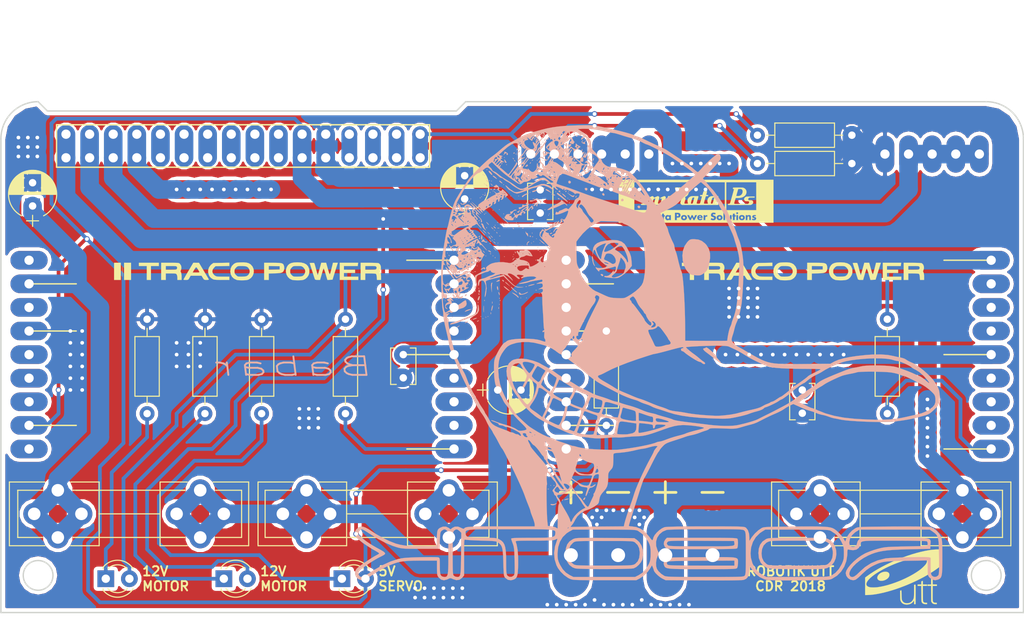
<source format=kicad_pcb>
(kicad_pcb (version 4) (host pcbnew 4.0.6)
  (layers (0 F.Cu signal) (31 B.Cu signal hide) (34 B.Paste user) (35 F.Paste user) (36 B.SilkS user hide) (37 F.SilkS user) (38 B.Mask user) (39 F.Mask user hide) (44 Edge.Cuts user))
  (net 0 "")
  (net 1 /+5P)
  (net 2 /-IN)
  (net 3 "Net-(C2-Pad1)")
  (net 4 "Net-(C3-Pad1)")
  (net 5 /GNDV2)
  (net 6 /GNDV1)
  (net 7 "Net-(D1-Pad1)")
  (net 8 "Net-(D2-Pad1)")
  (net 9 /+12V1)
  (net 10 "Net-(D3-Pad1)")
  (net 11 /+12V2)
  (net 12 /+IN)
  (net 13 /+12AX)
  (net 14 /GNDAX)
  (net 15 "Net-(J2-Pad25)")
  (net 16 "Net-(J2-Pad27)")
  (net 17 /BAU)
  (net 18 "Net-(R3-Pad1)")
  (net 19 "Net-(R4-Pad1)")
  (net 20 "Net-(R5-Pad1)")
  (net 21 "Net-(F3-Pad2)")
  (net 22 "Net-(J2-Pad13)")
  (net 23 "Net-(J2-Pad15)")
  (net 24 "Net-(J2-Pad17)")
  (net 25 "Net-(J2-Pad19)")
  (net 26 "Net-(J2-Pad29)")
  (module Libabar:TRACO_TEN50-1212 (layer F.Cu) (at 95.885 62.23)
    (fp_text reference U3 hide)
    (fp_text value TRACO_TEN50-1212)
    (pad 1 thru_hole oval (at -22.86 -7.62) (size 4 2) (drill 1) (layers *.Cu *.Mask) (net 3 "Net-(C2-Pad1)"))
    (pad 2 thru_hole oval (at -22.86 -2.54) (size 4 2) (drill 1) (layers *.Cu *.Mask) (net 2 /-IN))
    (pad 3 thru_hole oval (at -22.86 7.62) (size 4 2) (drill 1) (layers *.Cu *.Mask) (net 1 /+5P))
    (pad 4 thru_hole oval (at 22.86 -10.16) (size 4 2) (drill 1) (layers *.Cu *.Mask) (net 9 /+12V1))
    (pad 5 thru_hole oval (at 22.86 0) (size 4 2) (drill 1) (layers *.Cu *.Mask) (net 6 /GNDV1))
    (pad 6 thru_hole oval (at 22.86 10.16) (size 4 2) (drill 1) (layers *.Cu *.Mask) (net 20 "Net-(R5-Pad1)"))
    (pad 7 thru_hole oval (at -22.86 -10.16) (size 4 2) (drill 1) (layers *.Cu *.Mask))
    (pad 8 thru_hole oval (at -22.86 -5.08) (size 4 2) (drill 1) (layers *.Cu *.Mask))
    (pad 9 thru_hole oval (at -22.86 2.54) (size 4 2) (drill 1) (layers *.Cu *.Mask))
    (pad 10 thru_hole oval (at -22.86 5.08) (size 4 2) (drill 1) (layers *.Cu *.Mask))
    (pad 11 thru_hole oval (at -22.86 10.16) (size 4 2) (drill 1) (layers *.Cu *.Mask))
    (pad 12 thru_hole oval (at 22.86 -7.62) (size 4 2) (drill 1) (layers *.Cu *.Mask))
    (pad 13 thru_hole oval (at 22.86 -5.08) (size 4 2) (drill 1) (layers *.Cu *.Mask))
    (pad 14 thru_hole oval (at 22.86 -2.54) (size 4 2) (drill 1) (layers *.Cu *.Mask))
    (pad 15 thru_hole oval (at 22.86 2.54) (size 4 2) (drill 1) (layers *.Cu *.Mask))
    (pad 16 thru_hole oval (at 22.86 5.08) (size 4 2) (drill 1) (layers *.Cu *.Mask))
    (pad 17 thru_hole oval (at 22.86 7.62) (size 4 2) (drill 1) (layers *.Cu *.Mask))
    (pad 18 thru_hole oval (at -22.86 0) (size 4 2) (drill 1) (layers *.Cu *.Mask))
  )
  (module Capacitors_ThroughHole:CP_Radial_D5.0mm_P2.50mm (layer F.Cu) (at 119.888 45.466 90)
    (fp_text reference C1 hide)
    (fp_text value 10µF)
    (pad 1 thru_hole rect (at 0 0 90) (size 1.6 1.6) (drill 0.8) (layers *.Cu *.Mask) (net 1 /+5P))
    (pad 2 thru_hole circle (at 2.5 0 90) (size 1.6 1.6) (drill 0.8) (layers *.Cu *.Mask) (net 2 /-IN))
  )
  (module Capacitors_ThroughHole:CP_Radial_D5.0mm_P2.50mm (layer F.Cu) (at 73.406 46.228 90)
    (fp_text reference C2 hide)
    (fp_text value 10µF)
    (pad 1 thru_hole rect (at 0 0 90) (size 1.6 1.6) (drill 0.8) (layers *.Cu *.Mask) (net 3 "Net-(C2-Pad1)"))
    (pad 2 thru_hole circle (at 2.5 0 90) (size 1.6 1.6) (drill 0.8) (layers *.Cu *.Mask) (net 2 /-IN))
  )
  (module Capacitors_ThroughHole:CP_Radial_D5.0mm_P2.50mm (layer F.Cu) (at 123.444 66.04)
    (fp_text reference C3 hide)
    (fp_text value 10µF)
    (pad 1 thru_hole rect (at 0 0) (size 1.6 1.6) (drill 0.8) (layers *.Cu *.Mask) (net 4 "Net-(C3-Pad1)"))
    (pad 2 thru_hole circle (at 2.5 0) (size 1.6 1.6) (drill 0.8) (layers *.Cu *.Mask) (net 2 /-IN))
  )
  (module Capacitors_ThroughHole:C_Disc_D3.8mm_W2.6mm_P2.50mm (layer F.Cu) (at 128.016 46.99 90)
    (fp_text reference C4 hide)
    (fp_text value 0.1µF)
    (pad 1 thru_hole circle (at 0 0 90) (size 1.6 1.6) (drill 0.8) (layers *.Cu *.Mask) (net 1 /+5P))
    (pad 2 thru_hole circle (at 2.5 0 90) (size 1.6 1.6) (drill 0.8) (layers *.Cu *.Mask) (net 2 /-IN))
  )
  (module Capacitors_ThroughHole:C_Disc_D3.8mm_W2.6mm_P2.50mm (layer F.Cu) (at 156.21 66.04 270)
    (fp_text reference C5 hide)
    (fp_text value 1000pF)
    (pad 1 thru_hole circle (at 0 0 270) (size 1.6 1.6) (drill 0.8) (layers *.Cu *.Mask) (net 5 /GNDV2))
    (pad 2 thru_hole circle (at 2.5 0 270) (size 1.6 1.6) (drill 0.8) (layers *.Cu *.Mask) (net 2 /-IN))
  )
  (module Capacitors_ThroughHole:C_Disc_D3.8mm_W2.6mm_P2.50mm (layer F.Cu) (at 113.284 62.23 270)
    (fp_text reference C6 hide)
    (fp_text value 1000pF)
    (pad 1 thru_hole circle (at 0 0 270) (size 1.6 1.6) (drill 0.8) (layers *.Cu *.Mask) (net 6 /GNDV1))
    (pad 2 thru_hole circle (at 2.5 0 270) (size 1.6 1.6) (drill 0.8) (layers *.Cu *.Mask) (net 2 /-IN))
  )
  (module LEDs:LED_D3.0mm (layer F.Cu) (at 106.68 86.36)
    (fp_text reference D1 hide)
    (fp_text value LED)
    (pad 1 thru_hole rect (at 0 0) (size 1.8 1.8) (drill 0.9) (layers *.Cu *.Mask) (net 7 "Net-(D1-Pad1)"))
    (pad 2 thru_hole circle (at 2.54 0) (size 1.8 1.8) (drill 0.9) (layers *.Cu *.Mask) (net 1 /+5P))
  )
  (module LEDs:LED_D3.0mm (layer F.Cu) (at 81.28 86.36)
    (fp_text reference D2 hide)
    (fp_text value LED)
    (pad 1 thru_hole rect (at 0 0) (size 1.8 1.8) (drill 0.9) (layers *.Cu *.Mask) (net 8 "Net-(D2-Pad1)"))
    (pad 2 thru_hole circle (at 2.54 0) (size 1.8 1.8) (drill 0.9) (layers *.Cu *.Mask) (net 9 /+12V1))
  )
  (module LEDs:LED_D3.0mm (layer F.Cu) (at 93.98 86.36)
    (fp_text reference D3 hide)
    (fp_text value LED)
    (pad 1 thru_hole rect (at 0 0) (size 1.8 1.8) (drill 0.9) (layers *.Cu *.Mask) (net 10 "Net-(D3-Pad1)"))
    (pad 2 thru_hole circle (at 2.54 0) (size 1.8 1.8) (drill 0.9) (layers *.Cu *.Mask) (net 11 /+12V2))
  )
  (module Fuse_Holders_and_Fuses:Fuseholder5x20_horiz_open_universal_Type-III (layer F.Cu) (at 100.33 79.375)
    (fp_text reference F1 hide)
    (fp_text value 15A)
    (pad 2 thru_hole circle (at 15.32 0) (size 2.35 2.35) (drill 1.35) (layers *.Cu *.Mask) (net 4 "Net-(C3-Pad1)"))
    (pad 2 thru_hole circle (at 20.4 0) (size 2.35 2.35) (drill 1.35) (layers *.Cu *.Mask) (net 4 "Net-(C3-Pad1)"))
    (pad 1 thru_hole circle (at 5.08 0) (size 2.35 2.35) (drill 1.35) (layers *.Cu *.Mask) (net 12 /+IN))
    (pad 1 thru_hole circle (at 0 0) (size 2.35 2.35) (drill 1.35) (layers *.Cu *.Mask) (net 12 /+IN))
    (pad 2 thru_hole circle (at 17.86 -2.54) (size 2.35 2.35) (drill 1.35) (layers *.Cu *.Mask) (net 4 "Net-(C3-Pad1)"))
    (pad 2 thru_hole circle (at 17.86 2.54) (size 2.35 2.35) (drill 1.35) (layers *.Cu *.Mask) (net 4 "Net-(C3-Pad1)"))
    (pad 1 thru_hole circle (at 2.54 -2.54) (size 2.35 2.35) (drill 1.35) (layers *.Cu *.Mask) (net 12 /+IN))
    (pad 1 thru_hole circle (at 2.54 2.54) (size 2.35 2.35) (drill 1.35) (layers *.Cu *.Mask) (net 12 /+IN))
  )
  (module Fuse_Holders_and_Fuses:Fuseholder5x20_horiz_open_universal_Type-III (layer F.Cu) (at 93.98 79.375 180)
    (fp_text reference F2 hide)
    (fp_text value 15A)
    (pad 2 thru_hole circle (at 15.32 0 180) (size 2.35 2.35) (drill 1.35) (layers *.Cu *.Mask) (net 3 "Net-(C2-Pad1)"))
    (pad 2 thru_hole circle (at 20.4 0 180) (size 2.35 2.35) (drill 1.35) (layers *.Cu *.Mask) (net 3 "Net-(C2-Pad1)"))
    (pad 1 thru_hole circle (at 5.08 0 180) (size 2.35 2.35) (drill 1.35) (layers *.Cu *.Mask) (net 12 /+IN))
    (pad 1 thru_hole circle (at 0 0 180) (size 2.35 2.35) (drill 1.35) (layers *.Cu *.Mask) (net 12 /+IN))
    (pad 2 thru_hole circle (at 17.86 -2.54 180) (size 2.35 2.35) (drill 1.35) (layers *.Cu *.Mask) (net 3 "Net-(C2-Pad1)"))
    (pad 2 thru_hole circle (at 17.86 2.54 180) (size 2.35 2.35) (drill 1.35) (layers *.Cu *.Mask) (net 3 "Net-(C2-Pad1)"))
    (pad 1 thru_hole circle (at 2.54 -2.54 180) (size 2.35 2.35) (drill 1.35) (layers *.Cu *.Mask) (net 12 /+IN))
    (pad 1 thru_hole circle (at 2.54 2.54 180) (size 2.35 2.35) (drill 1.35) (layers *.Cu *.Mask) (net 12 /+IN))
  )
  (module Fuse_Holders_and_Fuses:Fuseholder5x20_horiz_open_universal_Type-III (layer F.Cu) (at 155.575 79.375)
    (fp_text reference F3 hide)
    (fp_text value 15A)
    (pad 2 thru_hole circle (at 15.32 0) (size 2.35 2.35) (drill 1.35) (layers *.Cu *.Mask) (net 21 "Net-(F3-Pad2)"))
    (pad 2 thru_hole circle (at 20.4 0) (size 2.35 2.35) (drill 1.35) (layers *.Cu *.Mask) (net 21 "Net-(F3-Pad2)"))
    (pad 1 thru_hole circle (at 5.08 0) (size 2.35 2.35) (drill 1.35) (layers *.Cu *.Mask) (net 12 /+IN))
    (pad 1 thru_hole circle (at 0 0) (size 2.35 2.35) (drill 1.35) (layers *.Cu *.Mask) (net 12 /+IN))
    (pad 2 thru_hole circle (at 17.86 -2.54) (size 2.35 2.35) (drill 1.35) (layers *.Cu *.Mask) (net 21 "Net-(F3-Pad2)"))
    (pad 2 thru_hole circle (at 17.86 2.54) (size 2.35 2.35) (drill 1.35) (layers *.Cu *.Mask) (net 21 "Net-(F3-Pad2)"))
    (pad 1 thru_hole circle (at 2.54 -2.54) (size 2.35 2.35) (drill 1.35) (layers *.Cu *.Mask) (net 12 /+IN))
    (pad 1 thru_hole circle (at 2.54 2.54) (size 2.35 2.35) (drill 1.35) (layers *.Cu *.Mask) (net 12 /+IN))
  )
  (module Libabar:Bornier4cts (layer F.Cu) (at 131.318 83.82)
    (fp_text reference J1 hide)
    (fp_text value Bornier4cts)
    (pad 1 thru_hole oval (at 0 0) (size 4 9) (drill 1.5) (layers *.Cu *.Mask) (net 12 /+IN))
    (pad 2 thru_hole oval (at 5.08 0) (size 4 9) (drill 1.5) (layers *.Cu *.Mask) (net 2 /-IN))
    (pad 3 thru_hole oval (at 10.16 0) (size 4 9) (drill 1.5) (layers *.Cu *.Mask) (net 12 /+IN))
    (pad 4 thru_hole oval (at 15.24 0) (size 4 9) (drill 1.5) (layers *.Cu *.Mask) (net 2 /-IN))
  )
  (module Libabar:conn_2x16 (layer F.Cu) (at 97.32 41.04)
    (fp_text reference J2 hide)
    (fp_text value conn_2x16)
    (pad 1 thru_hole circle (at -20.32 -2.54) (size 1.7 1.7) (drill 1) (layers *.Cu *.Mask) (net 9 /+12V1))
    (pad 2 thru_hole circle (at -20.32 0) (size 1.7 1.7) (drill 1) (layers *.Cu *.Mask) (net 9 /+12V1))
    (pad 3 thru_hole circle (at -17.78 -2.54) (size 1.7 1.7) (drill 1) (layers *.Cu *.Mask) (net 6 /GNDV1))
    (pad 4 thru_hole circle (at -17.78 0) (size 1.7 1.7) (drill 1) (layers *.Cu *.Mask) (net 6 /GNDV1))
    (pad 5 thru_hole circle (at -15.24 -2.54) (size 1.7 1.7) (drill 1) (layers *.Cu *.Mask) (net 11 /+12V2))
    (pad 6 thru_hole circle (at -15.24 0) (size 1.7 1.7) (drill 1) (layers *.Cu *.Mask) (net 11 /+12V2))
    (pad 7 thru_hole circle (at -12.7 -2.54) (size 1.7 1.7) (drill 1) (layers *.Cu *.Mask) (net 5 /GNDV2))
    (pad 8 thru_hole circle (at -12.7 0) (size 1.7 1.7) (drill 1) (layers *.Cu *.Mask) (net 5 /GNDV2))
    (pad 9 thru_hole circle (at -10.16 -2.54) (size 1.7 1.7) (drill 1) (layers *.Cu *.Mask) (net 13 /+12AX))
    (pad 10 thru_hole circle (at -10.16 0) (size 1.7 1.7) (drill 1) (layers *.Cu *.Mask) (net 13 /+12AX))
    (pad 11 thru_hole circle (at -7.62 -2.54) (size 1.7 1.7) (drill 1) (layers *.Cu *.Mask) (net 14 /GNDAX))
    (pad 12 thru_hole circle (at -7.62 0) (size 1.7 1.7) (drill 1) (layers *.Cu *.Mask) (net 14 /GNDAX))
    (pad 13 thru_hole circle (at -5.08 -2.54) (size 1.7 1.7) (drill 1) (layers *.Cu *.Mask) (net 22 "Net-(J2-Pad13)"))
    (pad 14 thru_hole circle (at -5.08 0) (size 1.7 1.7) (drill 1) (layers *.Cu *.Mask) (net 22 "Net-(J2-Pad13)"))
    (pad 15 thru_hole circle (at -2.54 -2.54) (size 1.7 1.7) (drill 1) (layers *.Cu *.Mask) (net 23 "Net-(J2-Pad15)"))
    (pad 16 thru_hole circle (at -2.54 0) (size 1.7 1.7) (drill 1) (layers *.Cu *.Mask) (net 23 "Net-(J2-Pad15)"))
    (pad 17 thru_hole circle (at 0 -2.54) (size 1.7 1.7) (drill 1) (layers *.Cu *.Mask) (net 24 "Net-(J2-Pad17)"))
    (pad 18 thru_hole circle (at 0 0) (size 1.7 1.7) (drill 1) (layers *.Cu *.Mask) (net 24 "Net-(J2-Pad17)"))
    (pad 19 thru_hole circle (at 2.54 -2.54) (size 1.7 1.7) (drill 1) (layers *.Cu *.Mask) (net 25 "Net-(J2-Pad19)"))
    (pad 20 thru_hole circle (at 2.54 0) (size 1.7 1.7) (drill 1) (layers *.Cu *.Mask) (net 25 "Net-(J2-Pad19)"))
    (pad 21 thru_hole circle (at 5.08 -2.54) (size 1.7 1.7) (drill 1) (layers *.Cu *.Mask) (net 1 /+5P))
    (pad 22 thru_hole circle (at 5.08 0) (size 1.7 1.7) (drill 1) (layers *.Cu *.Mask) (net 1 /+5P))
    (pad 23 thru_hole circle (at 7.62 -2.54) (size 1.7 1.7) (drill 1) (layers *.Cu *.Mask) (net 2 /-IN))
    (pad 24 thru_hole circle (at 7.62 0) (size 1.7 1.7) (drill 1) (layers *.Cu *.Mask) (net 2 /-IN))
    (pad 25 thru_hole circle (at 10.16 -2.54) (size 1.7 1.7) (drill 1) (layers *.Cu *.Mask) (net 15 "Net-(J2-Pad25)"))
    (pad 26 thru_hole circle (at 10.16 0) (size 1.7 1.7) (drill 1) (layers *.Cu *.Mask) (net 15 "Net-(J2-Pad25)"))
    (pad 27 thru_hole circle (at 12.7 -2.54) (size 1.7 1.7) (drill 1) (layers *.Cu *.Mask) (net 16 "Net-(J2-Pad27)"))
    (pad 28 thru_hole circle (at 12.7 0) (size 1.7 1.7) (drill 1) (layers *.Cu *.Mask) (net 16 "Net-(J2-Pad27)"))
    (pad 29 thru_hole circle (at 15.24 -2.54) (size 1.7 1.7) (drill 1) (layers *.Cu *.Mask) (net 26 "Net-(J2-Pad29)"))
    (pad 30 thru_hole circle (at 15.24 0) (size 1.7 1.7) (drill 1) (layers *.Cu *.Mask) (net 26 "Net-(J2-Pad29)"))
    (pad 31 thru_hole circle (at 17.78 -2.54) (size 1.7 1.7) (drill 1) (layers *.Cu *.Mask) (net 17 /BAU))
    (pad 32 thru_hole circle (at 17.78 0) (size 1.7 1.7) (drill 1) (layers *.Cu *.Mask) (net 17 /BAU))
  )
  (module Resistors_ThroughHole:R_Axial_DIN0207_L6.3mm_D2.5mm_P10.16mm_Horizontal (layer F.Cu) (at 135.128 59.69 270)
    (fp_text reference R1 hide)
    (fp_text value 100K)
    (pad 1 thru_hole circle (at 0 0 270) (size 1.6 1.6) (drill 0.8) (layers *.Cu *.Mask) (net 2 /-IN))
    (pad 2 thru_hole oval (at 10.16 0 270) (size 1.6 1.6) (drill 0.8) (layers *.Cu *.Mask) (net 1 /+5P))
  )
  (module Resistors_ThroughHole:R_Axial_DIN0207_L6.3mm_D2.5mm_P10.16mm_Horizontal (layer F.Cu) (at 165.354 68.58 90)
    (fp_text reference R3 hide)
    (fp_text value 47K)
    (pad 1 thru_hole circle (at 0 0 90) (size 1.6 1.6) (drill 0.8) (layers *.Cu *.Mask) (net 18 "Net-(R3-Pad1)"))
    (pad 2 thru_hole oval (at 10.16 0 90) (size 1.6 1.6) (drill 0.8) (layers *.Cu *.Mask) (net 11 /+12V2))
  )
  (module Resistors_ThroughHole:R_Axial_DIN0207_L6.3mm_D2.5mm_P10.16mm_Horizontal (layer F.Cu) (at 151.384 41.656)
    (fp_text reference R4 hide)
    (fp_text value 1.47K)
    (pad 1 thru_hole circle (at 0 0) (size 1.6 1.6) (drill 0.8) (layers *.Cu *.Mask) (net 19 "Net-(R4-Pad1)"))
    (pad 2 thru_hole oval (at 10.16 0) (size 1.6 1.6) (drill 0.8) (layers *.Cu *.Mask) (net 2 /-IN))
  )
  (module Resistors_ThroughHole:R_Axial_DIN0207_L6.3mm_D2.5mm_P10.16mm_Horizontal (layer F.Cu) (at 107.061 68.58 90)
    (fp_text reference R5 hide)
    (fp_text value 47K)
    (pad 1 thru_hole circle (at 0 0 90) (size 1.6 1.6) (drill 0.8) (layers *.Cu *.Mask) (net 20 "Net-(R5-Pad1)"))
    (pad 2 thru_hole oval (at 10.16 0 90) (size 1.6 1.6) (drill 0.8) (layers *.Cu *.Mask) (net 9 /+12V1))
  )
  (module Resistors_ThroughHole:R_Axial_DIN0207_L6.3mm_D2.5mm_P10.16mm_Horizontal (layer F.Cu) (at 161.544 38.608 180)
    (fp_text reference R6 hide)
    (fp_text value 100K)
    (pad 1 thru_hole circle (at 0 0 180) (size 1.6 1.6) (drill 0.8) (layers *.Cu *.Mask) (net 2 /-IN))
    (pad 2 thru_hole oval (at 10.16 0 180) (size 1.6 1.6) (drill 0.8) (layers *.Cu *.Mask) (net 17 /BAU))
  )
  (module Resistors_ThroughHole:R_Axial_DIN0207_L6.3mm_D2.5mm_P10.16mm_Horizontal (layer F.Cu) (at 98.044 68.58 90)
    (fp_text reference R7 hide)
    (fp_text value 330R)
    (pad 1 thru_hole circle (at 0 0 90) (size 1.6 1.6) (drill 0.8) (layers *.Cu *.Mask) (net 7 "Net-(D1-Pad1)"))
    (pad 2 thru_hole oval (at 10.16 0 90) (size 1.6 1.6) (drill 0.8) (layers *.Cu *.Mask) (net 2 /-IN))
  )
  (module Resistors_ThroughHole:R_Axial_DIN0207_L6.3mm_D2.5mm_P10.16mm_Horizontal (layer F.Cu) (at 85.725 68.58 90)
    (fp_text reference R8 hide)
    (fp_text value 1000R)
    (pad 1 thru_hole circle (at 0 0 90) (size 1.6 1.6) (drill 0.8) (layers *.Cu *.Mask) (net 8 "Net-(D2-Pad1)"))
    (pad 2 thru_hole oval (at 10.16 0 90) (size 1.6 1.6) (drill 0.8) (layers *.Cu *.Mask) (net 2 /-IN))
  )
  (module Resistors_ThroughHole:R_Axial_DIN0207_L6.3mm_D2.5mm_P10.16mm_Horizontal (layer F.Cu) (at 91.948 68.58 90)
    (fp_text reference R9 hide)
    (fp_text value 1000R)
    (pad 1 thru_hole circle (at 0 0 90) (size 1.6 1.6) (drill 0.8) (layers *.Cu *.Mask) (net 10 "Net-(D3-Pad1)"))
    (pad 2 thru_hole oval (at 10.16 0 90) (size 1.6 1.6) (drill 0.8) (layers *.Cu *.Mask) (net 2 /-IN))
  )
  (module Libabar:TRACO_TEN50-1212 (layer F.Cu) (at 153.67 62.23)
    (fp_text reference U1 hide)
    (fp_text value TRACO_TEN50-1212)
    (pad 1 thru_hole oval (at -22.86 -7.62) (size 4 2) (drill 1) (layers *.Cu *.Mask) (net 4 "Net-(C3-Pad1)"))
    (pad 2 thru_hole oval (at -22.86 -2.54) (size 4 2) (drill 1) (layers *.Cu *.Mask) (net 2 /-IN))
    (pad 3 thru_hole oval (at -22.86 7.62) (size 4 2) (drill 1) (layers *.Cu *.Mask) (net 1 /+5P))
    (pad 4 thru_hole oval (at 22.86 -10.16) (size 4 2) (drill 1) (layers *.Cu *.Mask) (net 11 /+12V2))
    (pad 5 thru_hole oval (at 22.86 0) (size 4 2) (drill 1) (layers *.Cu *.Mask) (net 5 /GNDV2))
    (pad 6 thru_hole oval (at 22.86 10.16) (size 4 2) (drill 1) (layers *.Cu *.Mask) (net 18 "Net-(R3-Pad1)"))
    (pad 7 thru_hole oval (at -22.86 -10.16) (size 4 2) (drill 1) (layers *.Cu *.Mask))
    (pad 8 thru_hole oval (at -22.86 -5.08) (size 4 2) (drill 1) (layers *.Cu *.Mask))
    (pad 9 thru_hole oval (at -22.86 2.54) (size 4 2) (drill 1) (layers *.Cu *.Mask))
    (pad 10 thru_hole oval (at -22.86 5.08) (size 4 2) (drill 1) (layers *.Cu *.Mask))
    (pad 11 thru_hole oval (at -22.86 10.16) (size 4 2) (drill 1) (layers *.Cu *.Mask))
    (pad 12 thru_hole oval (at 22.86 -7.62) (size 4 2) (drill 1) (layers *.Cu *.Mask))
    (pad 13 thru_hole oval (at 22.86 -5.08) (size 4 2) (drill 1) (layers *.Cu *.Mask))
    (pad 14 thru_hole oval (at 22.86 -2.54) (size 4 2) (drill 1) (layers *.Cu *.Mask))
    (pad 15 thru_hole oval (at 22.86 2.54) (size 4 2) (drill 1) (layers *.Cu *.Mask))
    (pad 16 thru_hole oval (at 22.86 5.08) (size 4 2) (drill 1) (layers *.Cu *.Mask))
    (pad 17 thru_hole oval (at 22.86 7.62) (size 4 2) (drill 1) (layers *.Cu *.Mask))
    (pad 18 thru_hole oval (at -22.86 0) (size 4 2) (drill 1) (layers *.Cu *.Mask))
  )
  (module Libabar:MURATA_5V (layer F.Cu) (at 149.86 40.64)
    (fp_text reference U2 hide)
    (fp_text value MURATA_5V)
    (pad 1 thru_hole oval (at 25.4 0) (size 2 4) (drill 1) (layers *.Cu *.Mask) (net 1 /+5P))
    (pad 2 thru_hole oval (at 22.86 0) (size 2 4) (drill 1) (layers *.Cu *.Mask) (net 1 /+5P))
    (pad 3 thru_hole oval (at 20.32 0) (size 2 4) (drill 1) (layers *.Cu *.Mask) (net 1 /+5P))
    (pad 4 thru_hole oval (at 17.78 0) (size 2 4) (drill 1) (layers *.Cu *.Mask) (net 1 /+5P))
    (pad 5 thru_hole oval (at 15.24 0) (size 2 4) (drill 1) (layers *.Cu *.Mask) (net 2 /-IN))
    (pad 6 thru_hole oval (at -10.16 0) (size 2 4) (drill 1) (layers *.Cu *.Mask) (net 2 /-IN))
    (pad 7 thru_hole oval (at -12.7 0) (size 2 4) (drill 1) (layers *.Cu *.Mask) (net 21 "Net-(F3-Pad2)"))
    (pad 8 thru_hole oval (at -15.24 0) (size 2 4) (drill 1) (layers *.Cu *.Mask) (net 21 "Net-(F3-Pad2)"))
    (pad 9 thru_hole oval (at -17.78 0) (size 2 4) (drill 1) (layers *.Cu *.Mask))
    (pad 10 thru_hole oval (at -20.32 0) (size 2 4) (drill 1) (layers *.Cu *.Mask) (net 19 "Net-(R4-Pad1)"))
    (pad 11 thru_hole oval (at -22.86 0) (size 2 4) (drill 1) (layers *.Cu *.Mask) (net 17 /BAU))
  )
  (module All:TracoPower (layer F.Cu) (at 96.52 53.34)
    (fp_text reference G*** hide)
    (fp_text value LOGO hide)
  )
  (module All:TracoPower (layer F.Cu) (at 154.94 53.34)
    (fp_text reference G*** hide)
    (fp_text value LOGO hide)
  )
  (module All:MurataPower (layer F.Cu) (at 144.78 45.72)
    (fp_text reference G*** hide)
    (fp_text value LOGO hide)
  )
  (module KiCad_Logo_Robot:Logo_Robot_Small (layer B.Cu) (at 139.7 62.23 180)
    (fp_text reference G*** hide)
    (fp_text value LOGO hide)
  )
  (module All:UTT-S (layer F.Cu) (at 167 85.5)
    (fp_text reference G*** hide)
    (fp_text value LOGO hide)
  )
  (gr_text "ROBOTIK'UTT\nCDR 2018" (at 154.94 86.36) (layer F.SilkS) (effects (font (size 1 1) (thickness 0.2))))
  (gr_text "5V\nSERVO" (at 110.49 86.36) (layer F.SilkS) (effects (font (size 1 1) (thickness 0.2)) (justify left)))
  (gr_text "12V\nMOTOR" (at 97.79 86.36) (layer F.SilkS) (effects (font (size 1 1) (thickness 0.2)) (justify left)))
  (gr_text "12V\nMOTOR" (at 85.09 86.36) (layer F.SilkS) (effects (font (size 1 1) (thickness 0.2)) (justify left)))
  (gr_text - (at 146.558 76.835) (layer F.SilkS) (effects (font (size 3 3) (thickness 0.3)) (justify mirror)))
  (gr_text - (at 136.398 76.835) (layer F.SilkS) (effects (font (size 3 3) (thickness 0.3)) (justify mirror)))
  (gr_text + (at 141.478 76.835) (layer F.SilkS) (effects (font (size 3 3) (thickness 0.3)) (justify mirror)))
  (gr_text + (at 131.318 76.835) (layer F.SilkS) (effects (font (size 3 3) (thickness 0.3)) (justify mirror)))
  (gr_text Babar (at 101.6 63.5) (layer B.SilkS) (effects (font (size 2 4) (thickness 0.2) italic) (justify mirror)))
  (gr_line (start 70 90) (end 70 39) (angle 90) (layer Edge.Cuts) (width 0.15))
  (gr_line (start 180 39) (end 180 90) (angle 90) (layer Edge.Cuts) (width 0.15))
  (gr_line (start 120 35) (end 176 35) (angle 90) (layer Edge.Cuts) (width 0.15))
  (gr_line (start 119 36) (end 120 35) (angle 90) (layer Edge.Cuts) (width 0.15))
  (gr_line (start 75 36) (end 119 36) (angle 90) (layer Edge.Cuts) (width 0.15))
  (gr_line (start 74 35) (end 75 36) (angle 90) (layer Edge.Cuts) (width 0.15))
  (gr_circle (center 74 86) (end 75.6 86) (layer Edge.Cuts) (width 0.15))
  (gr_circle (center 176 86) (end 177.6 86) (layer Edge.Cuts) (width 0.15))
  (gr_arc (start 176 39) (end 176 35) (angle 90) (layer Edge.Cuts) (width 0.15))
  (gr_arc (start 74 39) (end 70 39) (angle 90) (layer Edge.Cuts) (width 0.15))
  (gr_line (start 180 90) (end 70 90) (angle 90) (layer Edge.Cuts) (width 0.15))
  (segment (start 128.016 46.99) (end 124.714 46.99) (width 2) (layer B.Cu) (net 1))
  (segment (start 123.107996 45.383996) (end 124.714 46.99) (width 2) (layer B.Cu) (net 1))
  (segment (start 123.107996 45.383996) (end 120.904 45.383996) (width 2) (layer B.Cu) (net 1))
  (segment (start 128.016 46.99) (end 130.302 46.99) (width 2) (layer B.Cu) (net 1))
  (segment (start 130.302 46.99) (end 165.1 46.99) (width 2) (layer B.Cu) (net 1))
  (segment (start 165.1 46.99) (end 167.64 44.45) (width 2) (layer B.Cu) (net 1))
  (segment (start 167.64 44.45) (end 167.64 40.64) (width 2) (layer B.Cu) (net 1))
  (segment (start 114.808 45.380002) (end 120.904 45.380002) (width 2) (layer B.Cu) (net 1))
  (segment (start 120.904 45.380002) (end 120.904 45.383996) (width 2) (layer B.Cu) (net 1))
  (segment (start 108.712 45.380002) (end 114.808 45.380002) (width 2) (layer B.Cu) (net 1))
  (segment (start 119.888 45.383996) (end 120.904 45.383996) (width 2) (layer B.Cu) (net 1))
  (segment (start 76.2 52.705) (end 79.121 49.784) (width 0.4) (layer F.Cu) (net 1))
  (segment (start 76.2 52.705) (end 76.2 66.04) (width 0.4) (layer F.Cu) (net 1))
  (via (at 76.2 66.04) (size 0.6) (drill 0.4) (layers F.Cu B.Cu) (net 1))
  (segment (start 76.2 66.04) (end 76.2 68.58) (width 0.4) (layer B.Cu) (net 1))
  (segment (start 74.93 69.85) (end 76.2 68.58) (width 0.4) (layer B.Cu) (net 1))
  (via (at 79.248 49.784) (size 0.6) (drill 0.4) (layers F.Cu B.Cu) (net 1))
  (segment (start 79.121 49.784) (end 79.248 49.784) (width 0.4) (layer F.Cu) (net 1))
  (segment (start 78.105 48.641) (end 79.248 49.784) (width 0.4) (layer B.Cu) (net 1))
  (segment (start 75.438 40.386) (end 75.438 45.974) (width 0.4) (layer B.Cu) (net 1))
  (segment (start 83.82 36.83) (end 75.946 36.83) (width 0.4) (layer B.Cu) (net 1))
  (segment (start 102.4 38.5) (end 102.4 37.63) (width 0.4) (layer B.Cu) (net 1))
  (segment (start 101.6 36.83) (end 83.82 36.83) (width 0.4) (layer B.Cu) (net 1))
  (segment (start 102.4 37.63) (end 101.6 36.83) (width 0.4) (layer B.Cu) (net 1))
  (segment (start 75.438 37.338) (end 75.438 40.386) (width 0.4) (layer B.Cu) (net 1))
  (segment (start 75.946 36.83) (end 75.438 37.338) (width 0.4) (layer B.Cu) (net 1))
  (segment (start 75.438 45.974) (end 78.105 48.641) (width 0.4) (layer B.Cu) (net 1))
  (segment (start 79.248 49.784) (end 83.185 53.721) (width 0.4) (layer B.Cu) (net 1))
  (segment (start 108.585 88.9) (end 80.645 88.9) (width 0.4) (layer B.Cu) (net 1))
  (segment (start 79.375 83.185) (end 79.375 82.55) (width 0.4) (layer B.Cu) (net 1))
  (segment (start 109.22 88.265) (end 108.585 88.9) (width 0.4) (layer B.Cu) (net 1))
  (segment (start 109.22 86.36) (end 109.22 88.265) (width 0.4) (layer B.Cu) (net 1))
  (segment (start 79.375 82.55) (end 80.645 81.28) (width 0.4) (layer B.Cu) (net 1))
  (segment (start 80.645 81.28) (end 80.645 77.47) (width 0.4) (layer B.Cu) (net 1))
  (segment (start 79.375 87.63) (end 79.375 83.185) (width 0.4) (layer B.Cu) (net 1))
  (segment (start 80.645 88.9) (end 79.375 87.63) (width 0.4) (layer B.Cu) (net 1))
  (segment (start 80.645 77.47) (end 80.645 75.565) (width 0.4) (layer B.Cu) (net 1))
  (segment (start 83.185 71.755) (end 83.185 55.88) (width 0.4) (layer B.Cu) (net 1))
  (segment (start 80.645 74.295) (end 83.185 71.755) (width 0.4) (layer B.Cu) (net 1))
  (segment (start 80.645 75.565) (end 80.645 74.295) (width 0.4) (layer B.Cu) (net 1))
  (segment (start 83.185 53.721) (end 83.185 55.88) (width 0.4) (layer B.Cu) (net 1))
  (segment (start 113.538 74.676) (end 110.744 74.676) (width 0.4) (layer B.Cu) (net 1))
  (segment (start 109.22 82.55) (end 108.204 81.534) (width 0.4) (layer B.Cu) (net 1))
  (via (at 108.204 81.534) (size 0.6) (drill 0.4) (layers F.Cu B.Cu) (net 1))
  (segment (start 108.204 81.534) (end 108.204 77.216) (width 0.4) (layer F.Cu) (net 1))
  (via (at 108.204 77.216) (size 0.6) (drill 0.4) (layers F.Cu B.Cu) (net 1))
  (segment (start 109.22 86.36) (end 109.22 82.55) (width 0.4) (layer B.Cu) (net 1))
  (segment (start 135.128 72.644) (end 133.096 74.676) (width 0.4) (layer B.Cu) (net 1))
  (segment (start 133.096 74.676) (end 129.032 74.676) (width 0.4) (layer B.Cu) (net 1))
  (via (at 129.032 74.676) (size 0.6) (drill 0.4) (layers F.Cu B.Cu) (net 1))
  (segment (start 129.032 74.676) (end 117.348 74.676) (width 0.4) (layer F.Cu) (net 1))
  (via (at 117.348 74.676) (size 0.6) (drill 0.4) (layers F.Cu B.Cu) (net 1))
  (segment (start 117.348 74.676) (end 113.538 74.676) (width 0.4) (layer B.Cu) (net 1))
  (segment (start 135.128 72.644) (end 135.128 69.85) (width 0.4) (layer B.Cu) (net 1))
  (segment (start 110.744 74.676) (end 108.204 77.216) (width 0.4) (layer B.Cu) (net 1))
  (segment (start 130.81 69.85) (end 135.128 69.85) (width 0.4) (layer B.Cu) (net 1))
  (segment (start 74.93 69.85) (end 73.025 69.85) (width 0.4) (layer B.Cu) (net 1))
  (segment (start 172.72 40.64) (end 175.26 40.64) (width 2) (layer B.Cu) (net 1))
  (segment (start 170.18 40.64) (end 172.72 40.64) (width 2) (layer B.Cu) (net 1))
  (segment (start 167.64 40.64) (end 170.18 40.64) (width 2) (layer B.Cu) (net 1))
  (segment (start 102.4 43.218) (end 104.562002 45.380002) (width 2) (layer B.Cu) (net 1))
  (segment (start 102.4 41.04) (end 102.4 43.218) (width 2) (layer B.Cu) (net 1))
  (segment (start 104.562002 45.380002) (end 108.712 45.380002) (width 2) (layer B.Cu) (net 1))
  (segment (start 108.712 45.380002) (end 108.966 45.380002) (width 2) (layer B.Cu) (net 1))
  (segment (start 108.966 45.380002) (end 108.969994 45.383996) (width 2) (layer B.Cu) (net 1))
  (segment (start 102.4 38.5) (end 102.4 41.04) (width 2) (layer B.Cu) (net 1))
  (segment (start 128.778 89.154) (end 127 87.376) (width 0.4) (layer F.Cu) (net 2))
  (segment (start 111.252 77.216) (end 111.252 84.074) (width 2) (layer F.Cu) (net 2))
  (segment (start 111.252 84.074) (end 114.554 87.376) (width 2) (layer F.Cu) (net 2))
  (via (at 114.554 87.376) (size 0.6) (drill 0.4) (layers F.Cu B.Cu) (net 2))
  (segment (start 114.554 87.376) (end 114.554 88.392) (width 2) (layer B.Cu) (net 2))
  (via (at 114.554 88.392) (size 0.6) (drill 0.4) (layers F.Cu B.Cu) (net 2))
  (segment (start 114.554 88.392) (end 115.57 88.392) (width 2) (layer F.Cu) (net 2))
  (via (at 115.57 88.392) (size 0.6) (drill 0.4) (layers F.Cu B.Cu) (net 2))
  (segment (start 115.57 88.392) (end 115.57 87.376) (width 2) (layer B.Cu) (net 2))
  (via (at 115.57 87.376) (size 0.6) (drill 0.4) (layers F.Cu B.Cu) (net 2))
  (segment (start 115.57 87.376) (end 116.586 87.376) (width 2) (layer F.Cu) (net 2))
  (via (at 116.586 87.376) (size 0.6) (drill 0.4) (layers F.Cu B.Cu) (net 2))
  (segment (start 116.586 87.376) (end 116.586 88.392) (width 2) (layer B.Cu) (net 2))
  (via (at 116.586 88.392) (size 0.6) (drill 0.4) (layers F.Cu B.Cu) (net 2))
  (segment (start 116.586 88.392) (end 117.602 88.392) (width 2) (layer F.Cu) (net 2))
  (via (at 117.602 88.392) (size 0.6) (drill 0.4) (layers F.Cu B.Cu) (net 2))
  (segment (start 117.602 88.392) (end 117.602 87.376) (width 2) (layer B.Cu) (net 2))
  (via (at 117.602 87.376) (size 0.6) (drill 0.4) (layers F.Cu B.Cu) (net 2))
  (segment (start 117.602 87.376) (end 118.618 87.376) (width 2) (layer F.Cu) (net 2))
  (via (at 118.618 87.376) (size 0.6) (drill 0.4) (layers F.Cu B.Cu) (net 2))
  (segment (start 118.618 87.376) (end 118.618 88.392) (width 2) (layer B.Cu) (net 2))
  (via (at 118.618 88.392) (size 0.6) (drill 0.4) (layers F.Cu B.Cu) (net 2))
  (segment (start 118.618 88.392) (end 119.634 88.392) (width 2) (layer F.Cu) (net 2))
  (via (at 119.634 88.392) (size 0.6) (drill 0.4) (layers F.Cu B.Cu) (net 2))
  (segment (start 119.634 88.392) (end 119.634 87.376) (width 2) (layer B.Cu) (net 2))
  (via (at 119.634 87.376) (size 0.6) (drill 0.4) (layers F.Cu B.Cu) (net 2))
  (segment (start 104.14 70.104) (end 111.252 77.216) (width 2) (layer F.Cu) (net 2))
  (via (at 131.826 89.154) (size 0.6) (drill 0.4) (layers F.Cu B.Cu) (net 2))
  (segment (start 131.826 89.154) (end 130.81 89.154) (width 0.4) (layer B.Cu) (net 2))
  (via (at 130.81 89.154) (size 0.6) (drill 0.4) (layers F.Cu B.Cu) (net 2))
  (segment (start 130.81 89.154) (end 129.794 89.154) (width 0.4) (layer F.Cu) (net 2))
  (via (at 129.794 89.154) (size 0.6) (drill 0.4) (layers F.Cu B.Cu) (net 2))
  (segment (start 129.794 89.154) (end 128.778 89.154) (width 0.4) (layer B.Cu) (net 2))
  (via (at 128.778 89.154) (size 0.6) (drill 0.4) (layers F.Cu B.Cu) (net 2))
  (segment (start 133.858 88.646) (end 133.35 89.154) (width 0.4) (layer B.Cu) (net 2))
  (segment (start 134.366 88.646) (end 133.858 88.646) (width 0.4) (layer F.Cu) (net 2))
  (via (at 133.858 88.646) (size 0.6) (drill 0.4) (layers F.Cu B.Cu) (net 2))
  (segment (start 134.874 89.154) (end 135.89 89.154) (width 0.4) (layer F.Cu) (net 2))
  (via (at 136.906 89.154) (size 0.6) (drill 0.4) (layers F.Cu B.Cu) (net 2))
  (segment (start 135.89 89.154) (end 136.906 89.154) (width 0.4) (layer F.Cu) (net 2))
  (via (at 135.89 89.154) (size 0.6) (drill 0.4) (layers F.Cu B.Cu) (net 2))
  (via (at 134.874 89.154) (size 0.6) (drill 0.4) (layers F.Cu B.Cu) (net 2))
  (segment (start 134.874 89.154) (end 134.366 88.646) (width 0.4) (layer F.Cu) (net 2))
  (via (at 132.842 89.154) (size 0.6) (drill 0.4) (layers F.Cu B.Cu) (net 2))
  (segment (start 133.35 89.154) (end 132.842 89.154) (width 0.4) (layer B.Cu) (net 2))
  (segment (start 132.842 89.154) (end 131.826 89.154) (width 0.4) (layer F.Cu) (net 2))
  (segment (start 127 87.376) (end 119.634 87.376) (width 0.4) (layer F.Cu) (net 2))
  (segment (start 139.954 89.154) (end 140.97 89.154) (width 0.4) (layer F.Cu) (net 2))
  (via (at 140.97 89.154) (size 0.6) (drill 0.4) (layers F.Cu B.Cu) (net 2))
  (segment (start 140.97 89.154) (end 141.986 89.154) (width 0.4) (layer B.Cu) (net 2))
  (via (at 141.986 89.154) (size 0.6) (drill 0.4) (layers F.Cu B.Cu) (net 2))
  (segment (start 141.986 89.154) (end 143.002 89.154) (width 0.4) (layer F.Cu) (net 2))
  (via (at 143.002 89.154) (size 0.6) (drill 0.4) (layers F.Cu B.Cu) (net 2))
  (segment (start 143.002 89.154) (end 144.018 89.154) (width 0.4) (layer B.Cu) (net 2))
  (via (at 144.018 89.154) (size 0.6) (drill 0.4) (layers F.Cu B.Cu) (net 2))
  (segment (start 138.938 88.646) (end 139.446 89.154) (width 0.4) (layer F.Cu) (net 2))
  (segment (start 138.43 88.646) (end 138.938 88.646) (width 0.4) (layer B.Cu) (net 2))
  (via (at 138.938 88.646) (size 0.6) (drill 0.4) (layers F.Cu B.Cu) (net 2))
  (segment (start 136.906 89.154) (end 137.922 89.154) (width 0.4) (layer B.Cu) (net 2))
  (via (at 137.922 89.154) (size 0.6) (drill 0.4) (layers F.Cu B.Cu) (net 2))
  (segment (start 137.922 89.154) (end 138.43 88.646) (width 0.4) (layer B.Cu) (net 2))
  (via (at 139.954 89.154) (size 0.6) (drill 0.4) (layers F.Cu B.Cu) (net 2))
  (segment (start 139.446 89.154) (end 139.954 89.154) (width 0.4) (layer F.Cu) (net 2))
  (segment (start 136.398 83.82) (end 136.906 84.328) (width 0.4) (layer B.Cu) (net 2))
  (segment (start 136.906 84.328) (end 136.906 89.154) (width 0.4) (layer B.Cu) (net 2))
  (segment (start 139.192 79.756) (end 138.684 80.264) (width 0.4) (layer F.Cu) (net 2))
  (via (at 139.192 79.756) (size 0.6) (drill 0.4) (layers F.Cu B.Cu) (net 2))
  (via (at 138.684 80.518) (size 0.6) (drill 0.4) (layers F.Cu B.Cu) (net 2))
  (segment (start 138.684 80.264) (end 138.684 80.518) (width 0.4) (layer F.Cu) (net 2))
  (segment (start 138.684 80.518) (end 138.176 80.518) (width 0.4) (layer B.Cu) (net 2))
  (segment (start 138.176 80.518) (end 138.684 80.518) (width 0.4) (layer B.Cu) (net 2))
  (segment (start 138.684 80.518) (end 138.176 80.518) (width 0.4) (layer B.Cu) (net 2))
  (segment (start 133.604 79.756) (end 134.112 80.264) (width 0.4) (layer B.Cu) (net 2))
  (via (at 134.112 80.518) (size 0.6) (drill 0.4) (layers F.Cu B.Cu) (net 2))
  (segment (start 134.112 80.264) (end 134.112 80.518) (width 0.4) (layer B.Cu) (net 2))
  (segment (start 135.128 78.994) (end 135.89 78.994) (width 0.4) (layer B.Cu) (net 2))
  (segment (start 135.128 78.994) (end 134.112 78.994) (width 0.4) (layer F.Cu) (net 2))
  (segment (start 134.112 79.248) (end 134.112 78.994) (width 0.4) (layer B.Cu) (net 2))
  (via (at 134.112 78.994) (size 0.6) (drill 0.4) (layers F.Cu B.Cu) (net 2))
  (via (at 134.62 79.756) (size 0.6) (drill 0.4) (layers F.Cu B.Cu) (net 2))
  (segment (start 134.62 79.756) (end 133.604 79.756) (width 0.4) (layer F.Cu) (net 2))
  (via (at 133.604 79.756) (size 0.6) (drill 0.4) (layers F.Cu B.Cu) (net 2))
  (segment (start 133.604 79.756) (end 134.112 79.248) (width 0.4) (layer B.Cu) (net 2))
  (via (at 135.128 78.994) (size 0.6) (drill 0.4) (layers F.Cu B.Cu) (net 2))
  (via (at 136.906 78.994) (size 0.6) (drill 0.4) (layers F.Cu B.Cu) (net 2))
  (segment (start 135.89 78.994) (end 136.906 78.994) (width 0.4) (layer F.Cu) (net 2))
  (via (at 135.89 78.994) (size 0.6) (drill 0.4) (layers F.Cu B.Cu) (net 2))
  (segment (start 137.668 78.994) (end 138.684 78.994) (width 0.4) (layer B.Cu) (net 2))
  (segment (start 138.684 79.248) (end 138.684 78.994) (width 0.4) (layer F.Cu) (net 2))
  (via (at 138.684 78.994) (size 0.6) (drill 0.4) (layers F.Cu B.Cu) (net 2))
  (via (at 138.176 79.756) (size 0.6) (drill 0.4) (layers F.Cu B.Cu) (net 2))
  (segment (start 139.192 79.756) (end 138.176 79.756) (width 0.4) (layer F.Cu) (net 2))
  (segment (start 139.192 79.756) (end 138.684 79.248) (width 0.4) (layer F.Cu) (net 2))
  (via (at 137.668 78.994) (size 0.6) (drill 0.4) (layers F.Cu B.Cu) (net 2))
  (segment (start 136.398 83.82) (end 134.62 82.042) (width 0.4) (layer B.Cu) (net 2))
  (segment (start 134.62 82.042) (end 134.62 79.756) (width 0.4) (layer B.Cu) (net 2))
  (segment (start 136.398 83.82) (end 138.176 82.042) (width 0.4) (layer B.Cu) (net 2))
  (segment (start 138.176 82.042) (end 138.176 79.756) (width 0.4) (layer B.Cu) (net 2))
  (segment (start 128.016 44.49) (end 128.056 44.45) (width 2) (layer B.Cu) (net 2))
  (segment (start 128.056 44.45) (end 131.318 44.45) (width 2) (layer B.Cu) (net 2))
  (via (at 138.684 44.45) (size 0.6) (drill 0.4) (layers F.Cu B.Cu) (net 2))
  (segment (start 137.668 44.45) (end 138.684 44.45) (width 2) (layer F.Cu) (net 2))
  (via (at 137.668 44.45) (size 0.6) (drill 0.4) (layers F.Cu B.Cu) (net 2))
  (segment (start 137.668 44.45) (end 136.652 44.45) (width 2) (layer B.Cu) (net 2))
  (via (at 136.652 44.45) (size 0.6) (drill 0.4) (layers F.Cu B.Cu) (net 2))
  (segment (start 136.652 44.45) (end 135.636 44.45) (width 2) (layer F.Cu) (net 2))
  (via (at 135.636 44.45) (size 0.6) (drill 0.4) (layers F.Cu B.Cu) (net 2))
  (segment (start 135.636 44.45) (end 134.62 44.45) (width 2) (layer B.Cu) (net 2))
  (via (at 134.62 44.45) (size 0.6) (drill 0.4) (layers F.Cu B.Cu) (net 2))
  (segment (start 134.62 44.45) (end 133.604 44.45) (width 2) (layer F.Cu) (net 2))
  (via (at 133.604 44.45) (size 0.6) (drill 0.4) (layers F.Cu B.Cu) (net 2))
  (segment (start 133.604 44.45) (end 131.318 44.45) (width 2) (layer B.Cu) (net 2))
  (segment (start 125.984 44.45) (end 126.024 44.49) (width 2) (layer B.Cu) (net 2))
  (segment (start 124.714 43.18) (end 125.984 44.45) (width 2) (layer B.Cu) (net 2))
  (segment (start 120.102 43.18) (end 124.714 43.18) (width 2) (layer B.Cu) (net 2))
  (segment (start 126.024 44.49) (end 128.016 44.49) (width 2) (layer B.Cu) (net 2))
  (segment (start 139.954 59.69) (end 148.804 68.54) (width 2) (layer B.Cu) (net 2))
  (segment (start 148.804 68.54) (end 156.21 68.54) (width 2) (layer B.Cu) (net 2))
  (segment (start 165.608 77.724) (end 165.608 75.692) (width 2) (layer B.Cu) (net 2))
  (segment (start 165.608 75.692) (end 158.456 68.54) (width 2) (layer B.Cu) (net 2))
  (segment (start 158.456 68.54) (end 156.21 68.54) (width 2) (layer B.Cu) (net 2))
  (segment (start 148.336 85.598) (end 162.306 85.598) (width 2) (layer B.Cu) (net 2))
  (segment (start 165.608 82.296) (end 165.608 77.724) (width 2) (layer B.Cu) (net 2))
  (segment (start 162.306 85.598) (end 165.608 82.296) (width 2) (layer B.Cu) (net 2))
  (segment (start 146.558 83.82) (end 148.336 85.598) (width 2) (layer B.Cu) (net 2))
  (segment (start 113.284 64.73) (end 107.482 64.73) (width 2) (layer B.Cu) (net 2))
  (segment (start 107.482 64.73) (end 104.14 68.072) (width 2) (layer B.Cu) (net 2))
  (segment (start 91.44 63.5) (end 99.568 63.5) (width 2) (layer F.Cu) (net 2))
  (segment (start 90.17 63.5) (end 91.44 63.5) (width 0.4) (layer F.Cu) (net 2))
  (via (at 90.17 63.5) (size 0.6) (drill 0.4) (layers F.Cu B.Cu) (net 2))
  (segment (start 88.9 63.5) (end 90.17 63.5) (width 0.4) (layer B.Cu) (net 2))
  (via (at 88.9 63.5) (size 0.6) (drill 0.4) (layers F.Cu B.Cu) (net 2))
  (segment (start 88.9 62.23) (end 88.9 63.5) (width 0.4) (layer F.Cu) (net 2))
  (via (at 88.9 62.23) (size 0.6) (drill 0.4) (layers F.Cu B.Cu) (net 2))
  (segment (start 90.17 62.23) (end 88.9 62.23) (width 0.4) (layer B.Cu) (net 2))
  (via (at 90.17 62.23) (size 0.6) (drill 0.4) (layers F.Cu B.Cu) (net 2))
  (segment (start 91.44 62.23) (end 90.17 62.23) (width 0.4) (layer F.Cu) (net 2))
  (via (at 91.44 62.23) (size 0.6) (drill 0.4) (layers F.Cu B.Cu) (net 2))
  (segment (start 91.44 60.96) (end 91.44 62.23) (width 0.4) (layer B.Cu) (net 2))
  (via (at 91.44 63.5) (size 0.6) (drill 0.4) (layers F.Cu B.Cu) (net 2))
  (via (at 102.108 70.104) (size 0.6) (drill 0.4) (layers F.Cu B.Cu) (net 2))
  (segment (start 103.124 70.104) (end 102.108 70.104) (width 2) (layer F.Cu) (net 2))
  (via (at 103.124 70.104) (size 0.6) (drill 0.4) (layers F.Cu B.Cu) (net 2))
  (segment (start 104.14 70.104) (end 103.124 70.104) (width 2) (layer B.Cu) (net 2))
  (via (at 104.14 70.104) (size 0.6) (drill 0.4) (layers F.Cu B.Cu) (net 2))
  (segment (start 104.14 69.088) (end 104.14 70.104) (width 2) (layer F.Cu) (net 2))
  (via (at 104.14 69.088) (size 0.6) (drill 0.4) (layers F.Cu B.Cu) (net 2))
  (segment (start 103.124 69.088) (end 104.14 69.088) (width 2) (layer B.Cu) (net 2))
  (via (at 103.124 69.088) (size 0.6) (drill 0.4) (layers F.Cu B.Cu) (net 2))
  (segment (start 102.108 69.088) (end 103.124 69.088) (width 2) (layer F.Cu) (net 2))
  (via (at 102.108 69.088) (size 0.6) (drill 0.4) (layers F.Cu B.Cu) (net 2))
  (segment (start 102.108 68.072) (end 102.108 69.088) (width 2) (layer B.Cu) (net 2))
  (via (at 102.108 68.072) (size 0.6) (drill 0.4) (layers F.Cu B.Cu) (net 2))
  (segment (start 103.124 68.072) (end 102.108 68.072) (width 2) (layer F.Cu) (net 2))
  (via (at 103.124 68.072) (size 0.6) (drill 0.4) (layers F.Cu B.Cu) (net 2))
  (segment (start 104.14 68.072) (end 103.124 68.072) (width 2) (layer B.Cu) (net 2))
  (via (at 104.14 68.072) (size 0.6) (drill 0.4) (layers F.Cu B.Cu) (net 2))
  (segment (start 99.568 63.5) (end 104.14 68.072) (width 2) (layer F.Cu) (net 2))
  (segment (start 119.888 42.966) (end 119.674 43.18) (width 2) (layer B.Cu) (net 2))
  (segment (start 119.674 43.18) (end 108.712 43.18) (width 2) (layer B.Cu) (net 2))
  (segment (start 106.426 43.18) (end 108.712 43.18) (width 2) (layer B.Cu) (net 2))
  (segment (start 106.426 43.18) (end 104.94 41.694) (width 2) (layer B.Cu) (net 2))
  (segment (start 120.102 43.18) (end 119.888 42.966) (width 2) (layer B.Cu) (net 2))
  (segment (start 73.914 40.894) (end 73.914 41.402) (width 2) (layer F.Cu) (net 2))
  (segment (start 88.9 56.388) (end 88.9 60.96) (width 2) (layer F.Cu) (net 2))
  (segment (start 73.914 41.402) (end 88.9 56.388) (width 2) (layer F.Cu) (net 2))
  (segment (start 73.406 43.728) (end 73.914 43.22) (width 2) (layer B.Cu) (net 2))
  (segment (start 73.914 43.22) (end 73.914 40.894) (width 2) (layer B.Cu) (net 2))
  (via (at 73.914 40.894) (size 0.6) (drill 0.4) (layers F.Cu B.Cu) (net 2))
  (segment (start 73.914 40.894) (end 72.898 40.894) (width 2) (layer F.Cu) (net 2))
  (via (at 72.898 40.894) (size 0.6) (drill 0.4) (layers F.Cu B.Cu) (net 2))
  (segment (start 72.898 40.894) (end 71.882 40.894) (width 2) (layer B.Cu) (net 2))
  (via (at 71.882 40.894) (size 0.6) (drill 0.4) (layers F.Cu B.Cu) (net 2))
  (segment (start 71.882 40.894) (end 71.882 39.878) (width 2) (layer F.Cu) (net 2))
  (via (at 71.882 39.878) (size 0.6) (drill 0.4) (layers F.Cu B.Cu) (net 2))
  (segment (start 71.882 39.878) (end 72.898 39.878) (width 2) (layer B.Cu) (net 2))
  (via (at 72.898 39.878) (size 0.6) (drill 0.4) (layers F.Cu B.Cu) (net 2))
  (segment (start 72.898 39.878) (end 73.914 39.878) (width 2) (layer F.Cu) (net 2))
  (via (at 73.914 39.878) (size 0.6) (drill 0.4) (layers F.Cu B.Cu) (net 2))
  (segment (start 73.914 39.878) (end 73.914 38.862) (width 2) (layer B.Cu) (net 2))
  (via (at 73.914 38.862) (size 0.6) (drill 0.4) (layers F.Cu B.Cu) (net 2))
  (segment (start 73.914 38.862) (end 72.898 38.862) (width 2) (layer F.Cu) (net 2))
  (via (at 72.898 38.862) (size 0.6) (drill 0.4) (layers F.Cu B.Cu) (net 2))
  (segment (start 72.898 38.862) (end 71.882 38.862) (width 2) (layer B.Cu) (net 2))
  (via (at 71.882 38.862) (size 0.6) (drill 0.4) (layers F.Cu B.Cu) (net 2))
  (segment (start 135.128 59.69) (end 139.954 59.69) (width 2) (layer B.Cu) (net 2))
  (segment (start 142.494 57.15) (end 148.336 57.15) (width 2) (layer B.Cu) (net 2))
  (segment (start 139.954 59.69) (end 142.494 57.15) (width 2) (layer B.Cu) (net 2))
  (segment (start 140.716 44.45) (end 140.716 48.006) (width 2) (layer F.Cu) (net 2))
  (segment (start 140.716 48.006) (end 147.828 55.118) (width 2) (layer F.Cu) (net 2))
  (segment (start 147.828 55.118) (end 148.336 55.118) (width 2) (layer F.Cu) (net 2))
  (via (at 148.336 55.118) (size 0.6) (drill 0.4) (layers F.Cu B.Cu) (net 2))
  (segment (start 148.336 55.118) (end 148.336 56.134) (width 2) (layer B.Cu) (net 2))
  (via (at 148.336 56.134) (size 0.6) (drill 0.4) (layers F.Cu B.Cu) (net 2))
  (segment (start 148.336 56.134) (end 148.336 57.15) (width 2) (layer F.Cu) (net 2))
  (via (at 148.336 57.15) (size 0.6) (drill 0.4) (layers F.Cu B.Cu) (net 2))
  (via (at 151.384 55.118) (size 0.6) (drill 0.4) (layers F.Cu B.Cu) (net 2))
  (segment (start 148.336 57.15) (end 148.336 58.166) (width 2) (layer B.Cu) (net 2))
  (via (at 148.336 58.166) (size 0.6) (drill 0.4) (layers F.Cu B.Cu) (net 2))
  (segment (start 148.336 58.166) (end 149.352 58.166) (width 2) (layer F.Cu) (net 2))
  (via (at 149.352 58.166) (size 0.6) (drill 0.4) (layers F.Cu B.Cu) (net 2))
  (segment (start 149.352 58.166) (end 149.352 57.15) (width 2) (layer B.Cu) (net 2))
  (via (at 149.352 57.15) (size 0.6) (drill 0.4) (layers F.Cu B.Cu) (net 2))
  (segment (start 149.352 57.15) (end 149.352 56.134) (width 2) (layer F.Cu) (net 2))
  (via (at 149.352 56.134) (size 0.6) (drill 0.4) (layers F.Cu B.Cu) (net 2))
  (segment (start 149.352 56.134) (end 149.352 55.118) (width 2) (layer B.Cu) (net 2))
  (via (at 149.352 55.118) (size 0.6) (drill 0.4) (layers F.Cu B.Cu) (net 2))
  (segment (start 149.352 55.118) (end 150.368 55.118) (width 2) (layer F.Cu) (net 2))
  (via (at 150.368 55.118) (size 0.6) (drill 0.4) (layers F.Cu B.Cu) (net 2))
  (segment (start 150.368 55.118) (end 150.368 56.134) (width 2) (layer B.Cu) (net 2))
  (via (at 150.368 56.134) (size 0.6) (drill 0.4) (layers F.Cu B.Cu) (net 2))
  (segment (start 150.368 56.134) (end 150.368 57.15) (width 2) (layer F.Cu) (net 2))
  (via (at 150.368 57.15) (size 0.6) (drill 0.4) (layers F.Cu B.Cu) (net 2))
  (segment (start 150.368 57.15) (end 150.368 58.166) (width 2) (layer B.Cu) (net 2))
  (via (at 150.368 58.166) (size 0.6) (drill 0.4) (layers F.Cu B.Cu) (net 2))
  (segment (start 150.368 58.166) (end 151.384 58.166) (width 2) (layer F.Cu) (net 2))
  (via (at 151.384 58.166) (size 0.6) (drill 0.4) (layers F.Cu B.Cu) (net 2))
  (segment (start 151.384 58.166) (end 151.384 57.15) (width 2) (layer B.Cu) (net 2))
  (via (at 151.384 57.15) (size 0.6) (drill 0.4) (layers F.Cu B.Cu) (net 2))
  (segment (start 151.384 57.15) (end 151.384 56.134) (width 2) (layer F.Cu) (net 2))
  (via (at 151.384 56.134) (size 0.6) (drill 0.4) (layers F.Cu B.Cu) (net 2))
  (segment (start 151.384 56.134) (end 151.384 55.118) (width 2) (layer B.Cu) (net 2))
  (segment (start 139.7 40.64) (end 139.7 43.434) (width 2) (layer B.Cu) (net 2))
  (segment (start 139.7 43.434) (end 140.716 44.45) (width 2) (layer B.Cu) (net 2))
  (segment (start 139.7 43.434) (end 138.684 44.45) (width 2) (layer B.Cu) (net 2))
  (segment (start 139.7 44.45) (end 138.684 44.45) (width 2) (layer B.Cu) (net 2))
  (segment (start 139.7 40.64) (end 139.7 44.45) (width 2) (layer B.Cu) (net 2))
  (via (at 145.796 44.45) (size 0.6) (drill 0.4) (layers F.Cu B.Cu) (net 2))
  (segment (start 144.78 44.45) (end 145.796 44.45) (width 2) (layer B.Cu) (net 2))
  (via (at 144.78 44.45) (size 0.6) (drill 0.4) (layers F.Cu B.Cu) (net 2))
  (segment (start 143.764 44.45) (end 144.78 44.45) (width 2) (layer F.Cu) (net 2))
  (via (at 143.764 44.45) (size 0.6) (drill 0.4) (layers F.Cu B.Cu) (net 2))
  (segment (start 142.748 44.45) (end 143.764 44.45) (width 2) (layer B.Cu) (net 2))
  (via (at 142.748 44.45) (size 0.6) (drill 0.4) (layers F.Cu B.Cu) (net 2))
  (segment (start 141.732 44.45) (end 142.748 44.45) (width 2) (layer F.Cu) (net 2))
  (via (at 141.732 44.45) (size 0.6) (drill 0.4) (layers F.Cu B.Cu) (net 2))
  (segment (start 140.716 44.45) (end 141.732 44.45) (width 2) (layer B.Cu) (net 2))
  (via (at 140.716 44.45) (size 0.6) (drill 0.4) (layers F.Cu B.Cu) (net 2))
  (segment (start 139.7 44.45) (end 140.716 44.45) (width 2) (layer F.Cu) (net 2))
  (via (at 139.7 44.45) (size 0.6) (drill 0.4) (layers F.Cu B.Cu) (net 2))
  (segment (start 141.478 44.45) (end 147.066 44.45) (width 2) (layer B.Cu) (net 2))
  (segment (start 125.944 66.04) (end 127.254 64.73) (width 2) (layer B.Cu) (net 2))
  (segment (start 128.778 59.69) (end 130.81 59.69) (width 2) (layer B.Cu) (net 2))
  (segment (start 127.254 61.214) (end 128.778 59.69) (width 2) (layer B.Cu) (net 2))
  (segment (start 127.254 64.73) (end 127.254 61.214) (width 2) (layer B.Cu) (net 2))
  (segment (start 130.81 59.69) (end 135.128 59.69) (width 2) (layer B.Cu) (net 2))
  (segment (start 165.1 40.64) (end 163.576 40.64) (width 2) (layer B.Cu) (net 2))
  (segment (start 163.576 40.64) (end 161.544 38.608) (width 2) (layer B.Cu) (net 2))
  (segment (start 165.1 40.64) (end 162.56 40.64) (width 2) (layer B.Cu) (net 2))
  (segment (start 162.56 40.64) (end 161.544 41.656) (width 2) (layer B.Cu) (net 2))
  (segment (start 161.544 38.608) (end 161.544 41.656) (width 2) (layer B.Cu) (net 2))
  (segment (start 147.066 44.45) (end 158.75 44.45) (width 2) (layer B.Cu) (net 2))
  (segment (start 141.224 44.45) (end 141.478 44.45) (width 2) (layer B.Cu) (net 2))
  (segment (start 158.75 44.45) (end 161.544 41.656) (width 2) (layer B.Cu) (net 2))
  (segment (start 144.78 79.756) (end 148.59 79.756) (width 1.5) (layer B.Cu) (net 2))
  (segment (start 144.78 79.756) (end 144.78 88.138) (width 1.5) (layer B.Cu) (net 2))
  (segment (start 148.59 88.138) (end 148.59 79.756) (width 1.5) (layer B.Cu) (net 2))
  (segment (start 146.558 81.788) (end 148.59 79.756) (width 1.5) (layer B.Cu) (net 2))
  (segment (start 144.78 88.138) (end 148.59 88.138) (width 1.5) (layer B.Cu) (net 2))
  (segment (start 146.558 83.82) (end 146.558 81.788) (width 1.5) (layer B.Cu) (net 2))
  (segment (start 134.62 79.756) (end 138.176 79.756) (width 1.5) (layer B.Cu) (net 2))
  (segment (start 134.62 88.138) (end 138.176 88.138) (width 1.5) (layer B.Cu) (net 2))
  (segment (start 138.176 88.138) (end 138.176 80.518) (width 1.5) (layer B.Cu) (net 2))
  (segment (start 138.176 80.518) (end 138.176 79.756) (width 1.5) (layer B.Cu) (net 2))
  (segment (start 136.398 81.534) (end 138.176 79.756) (width 1.5) (layer B.Cu) (net 2))
  (segment (start 134.62 79.756) (end 134.62 88.138) (width 1.5) (layer B.Cu) (net 2))
  (segment (start 136.398 83.82) (end 136.398 81.534) (width 1.5) (layer B.Cu) (net 2))
  (segment (start 91.948 58.42) (end 91.948 60.452) (width 0.4) (layer B.Cu) (net 2))
  (segment (start 91.948 60.452) (end 91.44 60.96) (width 0.4) (layer B.Cu) (net 2))
  (segment (start 91.948 58.42) (end 98.044 58.42) (width 0.4) (layer B.Cu) (net 2))
  (segment (start 85.725 58.42) (end 91.948 58.42) (width 0.4) (layer B.Cu) (net 2))
  (segment (start 78.74 60.96) (end 88.9 60.96) (width 0.4) (layer F.Cu) (net 2))
  (via (at 88.9 60.96) (size 0.6) (drill 0.4) (layers F.Cu B.Cu) (net 2))
  (via (at 91.44 60.96) (size 0.6) (drill 0.4) (layers F.Cu B.Cu) (net 2))
  (segment (start 90.17 60.96) (end 91.44 60.96) (width 0.4) (layer F.Cu) (net 2))
  (via (at 90.17 60.96) (size 0.6) (drill 0.4) (layers F.Cu B.Cu) (net 2))
  (segment (start 88.9 60.96) (end 90.17 60.96) (width 0.4) (layer B.Cu) (net 2))
  (segment (start 73.025 59.69) (end 78.74 59.69) (width 0.4) (layer B.Cu) (net 2))
  (via (at 78.74 66.04) (size 0.6) (drill 0.4) (layers F.Cu B.Cu) (net 2))
  (segment (start 77.47 66.04) (end 78.74 66.04) (width 0.4) (layer F.Cu) (net 2))
  (via (at 77.47 66.04) (size 0.6) (drill 0.4) (layers F.Cu B.Cu) (net 2))
  (segment (start 77.47 64.77) (end 77.47 66.04) (width 0.4) (layer B.Cu) (net 2))
  (via (at 77.47 64.77) (size 0.6) (drill 0.4) (layers F.Cu B.Cu) (net 2))
  (segment (start 78.74 64.77) (end 77.47 64.77) (width 0.4) (layer F.Cu) (net 2))
  (via (at 78.74 64.77) (size 0.6) (drill 0.4) (layers F.Cu B.Cu) (net 2))
  (segment (start 78.74 63.5) (end 78.74 64.77) (width 0.4) (layer B.Cu) (net 2))
  (via (at 78.74 63.5) (size 0.6) (drill 0.4) (layers F.Cu B.Cu) (net 2))
  (segment (start 77.47 63.5) (end 78.74 63.5) (width 0.4) (layer F.Cu) (net 2))
  (via (at 77.47 63.5) (size 0.6) (drill 0.4) (layers F.Cu B.Cu) (net 2))
  (segment (start 77.47 62.23) (end 77.47 63.5) (width 0.4) (layer B.Cu) (net 2))
  (via (at 77.47 62.23) (size 0.6) (drill 0.4) (layers F.Cu B.Cu) (net 2))
  (segment (start 78.74 62.23) (end 77.47 62.23) (width 0.4) (layer F.Cu) (net 2))
  (via (at 78.74 62.23) (size 0.6) (drill 0.4) (layers F.Cu B.Cu) (net 2))
  (segment (start 78.74 60.96) (end 78.74 62.23) (width 0.4) (layer B.Cu) (net 2))
  (via (at 78.74 60.96) (size 0.6) (drill 0.4) (layers F.Cu B.Cu) (net 2))
  (segment (start 77.47 60.96) (end 78.74 60.96) (width 0.4) (layer F.Cu) (net 2))
  (via (at 77.47 60.96) (size 0.6) (drill 0.4) (layers F.Cu B.Cu) (net 2))
  (segment (start 77.47 59.69) (end 77.47 60.96) (width 0.4) (layer B.Cu) (net 2))
  (via (at 77.47 59.69) (size 0.6) (drill 0.4) (layers F.Cu B.Cu) (net 2))
  (segment (start 78.74 59.69) (end 77.47 59.69) (width 0.4) (layer F.Cu) (net 2))
  (via (at 78.74 59.69) (size 0.6) (drill 0.4) (layers F.Cu B.Cu) (net 2))
  (segment (start 139.7 42.926) (end 139.7 40.64) (width 2) (layer B.Cu) (net 2))
  (segment (start 104.94 41.04) (end 104.94 41.694) (width 2) (layer B.Cu) (net 2))
  (segment (start 104.94 38.5) (end 104.94 41.04) (width 2) (layer B.Cu) (net 2))
  (segment (start 73.406 46.228) (end 73.406 46.99) (width 2) (layer B.Cu) (net 3))
  (segment (start 73.406 46.99) (end 78.232 51.816) (width 2) (layer B.Cu) (net 3))
  (segment (start 78.232 51.816) (end 78.232 54.737) (width 2) (layer B.Cu) (net 3))
  (segment (start 80.645 57.15) (end 80.645 71.12) (width 2) (layer B.Cu) (net 3))
  (segment (start 80.645 57.15) (end 78.232 54.737) (width 2) (layer B.Cu) (net 3))
  (segment (start 78.232 54.737) (end 78.105 54.61) (width 2) (layer B.Cu) (net 3))
  (segment (start 73.025 54.61) (end 78.105 54.61) (width 2) (layer B.Cu) (net 3))
  (segment (start 76.12 75.645) (end 76.12 76.835) (width 2) (layer B.Cu) (net 3))
  (segment (start 80.645 71.12) (end 76.12 75.645) (width 2) (layer B.Cu) (net 3))
  (segment (start 76.12 81.915) (end 73.58 79.375) (width 2) (layer B.Cu) (net 3))
  (segment (start 78.66 79.375) (end 76.12 81.915) (width 2) (layer B.Cu) (net 3))
  (segment (start 76.12 76.835) (end 78.66 79.375) (width 2) (layer B.Cu) (net 3))
  (segment (start 73.58 79.375) (end 76.12 76.835) (width 2) (layer B.Cu) (net 3))
  (segment (start 123.444 66.04) (end 123.444 63.5) (width 2) (layer B.Cu) (net 4))
  (segment (start 125.476 56.134) (end 127 54.61) (width 2) (layer B.Cu) (net 4))
  (segment (start 127 54.61) (end 130.81 54.61) (width 2) (layer B.Cu) (net 4))
  (segment (start 124.968 56.642) (end 125.476 56.134) (width 2) (layer B.Cu) (net 4))
  (segment (start 124.968 61.976) (end 124.968 56.642) (width 2) (layer B.Cu) (net 4))
  (segment (start 123.444 63.5) (end 124.968 61.976) (width 2) (layer B.Cu) (net 4))
  (segment (start 120.73 79.375) (end 123.444 76.661) (width 2) (layer B.Cu) (net 4))
  (segment (start 123.444 76.661) (end 123.444 66.04) (width 2) (layer B.Cu) (net 4))
  (segment (start 118.19 81.915) (end 115.65 79.375) (width 2) (layer B.Cu) (net 4))
  (segment (start 120.73 79.375) (end 118.19 81.915) (width 2) (layer B.Cu) (net 4))
  (segment (start 118.19 76.835) (end 120.73 79.375) (width 2) (layer B.Cu) (net 4))
  (segment (start 115.65 79.375) (end 118.19 76.835) (width 2) (layer B.Cu) (net 4))
  (segment (start 136.906 50.292) (end 136.144 49.53) (width 2) (layer F.Cu) (net 5))
  (segment (start 114.554 48.006) (end 110.998 44.45) (width 2) (layer F.Cu) (net 5))
  (segment (start 110.998 44.45) (end 99.06 44.45) (width 2) (layer F.Cu) (net 5))
  (via (at 95.25 44.45) (size 0.6) (drill 0.4) (layers F.Cu B.Cu) (net 5))
  (segment (start 95.25 44.45) (end 96.52 44.45) (width 2) (layer B.Cu) (net 5))
  (via (at 96.52 44.45) (size 0.6) (drill 0.4) (layers F.Cu B.Cu) (net 5))
  (segment (start 96.52 44.45) (end 97.79 44.45) (width 2) (layer F.Cu) (net 5))
  (via (at 97.79 44.45) (size 0.6) (drill 0.4) (layers F.Cu B.Cu) (net 5))
  (segment (start 97.79 44.45) (end 99.06 44.45) (width 2) (layer B.Cu) (net 5))
  (via (at 99.06 44.45) (size 0.6) (drill 0.4) (layers F.Cu B.Cu) (net 5))
  (via (at 88.9 44.45) (size 0.6) (drill 0.4) (layers F.Cu B.Cu) (net 5))
  (segment (start 86.995 44.45) (end 88.9 44.45) (width 2) (layer B.Cu) (net 5))
  (segment (start 84.62 41.04) (end 84.62 42.075) (width 2) (layer B.Cu) (net 5))
  (segment (start 84.62 42.075) (end 86.36 43.815) (width 2) (layer B.Cu) (net 5))
  (segment (start 86.36 43.815) (end 86.995 44.45) (width 2) (layer B.Cu) (net 5))
  (via (at 93.98 44.45) (size 0.6) (drill 0.4) (layers F.Cu B.Cu) (net 5))
  (segment (start 92.71 44.45) (end 93.98 44.45) (width 2) (layer B.Cu) (net 5))
  (via (at 92.71 44.45) (size 0.6) (drill 0.4) (layers F.Cu B.Cu) (net 5))
  (segment (start 91.44 44.45) (end 92.71 44.45) (width 2) (layer F.Cu) (net 5))
  (via (at 91.44 44.45) (size 0.6) (drill 0.4) (layers F.Cu B.Cu) (net 5))
  (segment (start 90.17 44.45) (end 91.44 44.45) (width 2) (layer B.Cu) (net 5))
  (via (at 90.17 44.45) (size 0.6) (drill 0.4) (layers F.Cu B.Cu) (net 5))
  (segment (start 88.9 44.45) (end 90.17 44.45) (width 2) (layer F.Cu) (net 5))
  (segment (start 93.98 44.45) (end 95.25 44.45) (width 2) (layer F.Cu) (net 5))
  (segment (start 142.24 55.626) (end 136.906 50.292) (width 2) (layer F.Cu) (net 5))
  (segment (start 147.955 62.23) (end 147.955 61.341) (width 2) (layer F.Cu) (net 5))
  (segment (start 155.575 62.23) (end 156.845 62.23) (width 2) (layer B.Cu) (net 5))
  (via (at 155.575 62.23) (size 0.6) (drill 0.4) (layers F.Cu B.Cu) (net 5))
  (segment (start 155.575 62.23) (end 154.305 62.23) (width 2) (layer F.Cu) (net 5))
  (via (at 154.305 62.23) (size 0.6) (drill 0.4) (layers F.Cu B.Cu) (net 5))
  (segment (start 154.305 62.23) (end 153.035 62.23) (width 2) (layer B.Cu) (net 5))
  (via (at 153.035 62.23) (size 0.6) (drill 0.4) (layers F.Cu B.Cu) (net 5))
  (segment (start 153.035 62.23) (end 151.765 62.23) (width 2) (layer F.Cu) (net 5))
  (via (at 151.765 62.23) (size 0.6) (drill 0.4) (layers F.Cu B.Cu) (net 5))
  (segment (start 151.765 62.23) (end 150.495 62.23) (width 2) (layer B.Cu) (net 5))
  (via (at 150.495 62.23) (size 0.6) (drill 0.4) (layers F.Cu B.Cu) (net 5))
  (segment (start 150.495 62.23) (end 149.225 62.23) (width 2) (layer F.Cu) (net 5))
  (via (at 149.225 62.23) (size 0.6) (drill 0.4) (layers F.Cu B.Cu) (net 5))
  (segment (start 149.225 62.23) (end 147.955 62.23) (width 2) (layer B.Cu) (net 5))
  (via (at 147.955 62.23) (size 0.6) (drill 0.4) (layers F.Cu B.Cu) (net 5))
  (segment (start 147.955 61.341) (end 142.24 55.626) (width 2) (layer F.Cu) (net 5))
  (segment (start 116.078 49.53) (end 114.554 48.006) (width 2) (layer F.Cu) (net 5))
  (segment (start 136.144 49.53) (end 116.078 49.53) (width 2) (layer F.Cu) (net 5))
  (segment (start 156.21 66.04) (end 156.21 62.23) (width 2) (layer B.Cu) (net 5))
  (segment (start 156.21 62.23) (end 156.845 62.23) (width 2) (layer B.Cu) (net 5))
  (via (at 160.655 62.23) (size 0.6) (drill 0.4) (layers F.Cu B.Cu) (net 5))
  (segment (start 160.655 62.23) (end 176.53 62.23) (width 2) (layer B.Cu) (net 5))
  (via (at 156.845 62.23) (size 0.6) (drill 0.4) (layers F.Cu B.Cu) (net 5))
  (segment (start 158.115 62.23) (end 156.845 62.23) (width 2) (layer F.Cu) (net 5))
  (via (at 158.115 62.23) (size 0.6) (drill 0.4) (layers F.Cu B.Cu) (net 5))
  (segment (start 159.385 62.23) (end 158.115 62.23) (width 2) (layer B.Cu) (net 5))
  (via (at 159.385 62.23) (size 0.6) (drill 0.4) (layers F.Cu B.Cu) (net 5))
  (segment (start 160.655 62.23) (end 159.385 62.23) (width 2) (layer F.Cu) (net 5))
  (segment (start 84.62 38.5) (end 84.62 41.04) (width 2) (layer B.Cu) (net 5))
  (segment (start 118.745 62.23) (end 113.284 62.23) (width 2) (layer B.Cu) (net 6))
  (segment (start 116.268728 49.784) (end 85.09 49.784) (width 2) (layer B.Cu) (net 6))
  (segment (start 122.555 51.562) (end 122.682 51.689) (width 2) (layer B.Cu) (net 6))
  (segment (start 119.126 49.784) (end 120.777 49.784) (width 2) (layer B.Cu) (net 6))
  (segment (start 122.555 51.562) (end 120.777 49.784) (width 2) (layer B.Cu) (net 6))
  (segment (start 118.745 62.23) (end 120.904 62.23) (width 2) (layer B.Cu) (net 6))
  (segment (start 122.682 60.452) (end 120.904 62.23) (width 2) (layer B.Cu) (net 6))
  (segment (start 122.682 51.689) (end 122.682 60.452) (width 2) (layer B.Cu) (net 6))
  (segment (start 119.126 49.784) (end 116.268728 49.784) (width 2) (layer B.Cu) (net 6))
  (segment (start 79.54 44.234) (end 79.54 41.04) (width 2) (layer B.Cu) (net 6))
  (segment (start 85.09 49.784) (end 79.54 44.234) (width 2) (layer B.Cu) (net 6))
  (segment (start 79.54 38.5) (end 79.54 41.04) (width 2) (layer B.Cu) (net 6))
  (segment (start 86.995 77.47) (end 90.17 74.295) (width 0.4) (layer B.Cu) (net 7))
  (segment (start 86.995 82.55) (end 86.995 77.47) (width 0.4) (layer B.Cu) (net 7))
  (segment (start 106.68 86.36) (end 100.33 86.36) (width 0.4) (layer B.Cu) (net 7))
  (segment (start 97.79 83.82) (end 88.265 83.82) (width 0.4) (layer B.Cu) (net 7))
  (segment (start 100.33 86.36) (end 97.79 83.82) (width 0.4) (layer B.Cu) (net 7))
  (segment (start 88.265 83.82) (end 86.995 82.55) (width 0.4) (layer B.Cu) (net 7))
  (segment (start 98.044 71.501) (end 98.044 68.58) (width 0.4) (layer B.Cu) (net 7))
  (segment (start 95.885 73.66) (end 98.044 71.501) (width 0.4) (layer B.Cu) (net 7))
  (segment (start 90.805 73.66) (end 95.885 73.66) (width 0.4) (layer B.Cu) (net 7))
  (segment (start 90.17 74.295) (end 90.805 73.66) (width 0.4) (layer B.Cu) (net 7))
  (segment (start 81.915 75.565) (end 81.915 74.93) (width 0.4) (layer B.Cu) (net 8))
  (segment (start 81.915 77.47) (end 81.915 78.74) (width 0.4) (layer B.Cu) (net 8))
  (segment (start 81.28 83.185) (end 81.915 82.55) (width 0.4) (layer B.Cu) (net 8))
  (segment (start 81.915 82.55) (end 81.915 78.74) (width 0.4) (layer B.Cu) (net 8))
  (segment (start 81.28 86.36) (end 81.28 83.185) (width 0.4) (layer B.Cu) (net 8))
  (segment (start 81.915 77.47) (end 81.915 75.565) (width 0.4) (layer B.Cu) (net 8))
  (segment (start 85.725 71.12) (end 85.725 68.58) (width 0.4) (layer B.Cu) (net 8))
  (segment (start 81.915 74.93) (end 85.725 71.12) (width 0.4) (layer B.Cu) (net 8))
  (segment (start 88.9 68.58) (end 95.25 62.23) (width 0.4) (layer B.Cu) (net 9))
  (segment (start 83.185 75.565) (end 88.9 69.85) (width 0.4) (layer B.Cu) (net 9))
  (segment (start 88.9 69.85) (end 88.9 68.58) (width 0.4) (layer B.Cu) (net 9))
  (segment (start 83.82 86.36) (end 83.82 85.09) (width 0.4) (layer B.Cu) (net 9))
  (segment (start 83.185 84.455) (end 83.185 77.47) (width 0.4) (layer B.Cu) (net 9))
  (segment (start 83.82 85.09) (end 83.185 84.455) (width 0.4) (layer B.Cu) (net 9))
  (segment (start 83.185 77.47) (end 83.185 75.565) (width 0.4) (layer B.Cu) (net 9))
  (segment (start 103.251 62.23) (end 107.061 58.42) (width 0.4) (layer B.Cu) (net 9))
  (segment (start 95.25 62.23) (end 103.251 62.23) (width 0.4) (layer B.Cu) (net 9))
  (segment (start 107.061 58.42) (end 107.061 52.07) (width 0.4) (layer B.Cu) (net 9))
  (segment (start 107.061 52.07) (end 106.68 52.07) (width 0.4) (layer B.Cu) (net 9))
  (segment (start 118.745 52.07) (end 106.68 52.07) (width 2) (layer B.Cu) (net 9))
  (segment (start 106.68 52.07) (end 83.82 52.07) (width 2) (layer B.Cu) (net 9))
  (segment (start 77 45.25) (end 77 41.04) (width 2) (layer B.Cu) (net 9))
  (segment (start 83.82 52.07) (end 77 45.25) (width 2) (layer B.Cu) (net 9))
  (segment (start 118.745 52.07) (end 117.094 52.07) (width 2) (layer B.Cu) (net 9))
  (segment (start 77 38.5) (end 77 41.04) (width 2) (layer B.Cu) (net 9))
  (segment (start 84.455 77.47) (end 84.455 76.2) (width 0.4) (layer B.Cu) (net 10))
  (segment (start 86.995 86.36) (end 84.455 83.82) (width 0.4) (layer B.Cu) (net 10))
  (segment (start 93.98 86.36) (end 86.995 86.36) (width 0.4) (layer B.Cu) (net 10))
  (segment (start 84.455 83.82) (end 84.455 77.47) (width 0.4) (layer B.Cu) (net 10))
  (segment (start 84.455 76.2) (end 91.948 68.707) (width 0.4) (layer B.Cu) (net 10))
  (segment (start 91.948 68.707) (end 91.948 68.58) (width 0.4) (layer B.Cu) (net 10))
  (segment (start 94.615 70.485) (end 95.25 69.85) (width 0.4) (layer B.Cu) (net 11))
  (segment (start 85.725 76.835) (end 90.17 72.39) (width 0.4) (layer B.Cu) (net 11))
  (segment (start 90.17 72.39) (end 92.71 72.39) (width 0.4) (layer B.Cu) (net 11))
  (segment (start 92.71 72.39) (end 94.615 70.485) (width 0.4) (layer B.Cu) (net 11))
  (segment (start 85.725 83.185) (end 85.725 77.47) (width 0.4) (layer B.Cu) (net 11))
  (segment (start 96.52 86.36) (end 96.52 85.09) (width 0.4) (layer B.Cu) (net 11))
  (segment (start 92.71 85.09) (end 87.63 85.09) (width 0.4) (layer B.Cu) (net 11))
  (segment (start 93.345 84.455) (end 92.71 85.09) (width 0.4) (layer B.Cu) (net 11))
  (segment (start 95.885 84.455) (end 93.345 84.455) (width 0.4) (layer B.Cu) (net 11))
  (segment (start 96.52 85.09) (end 95.885 84.455) (width 0.4) (layer B.Cu) (net 11))
  (segment (start 87.63 85.09) (end 85.725 83.185) (width 0.4) (layer B.Cu) (net 11))
  (segment (start 85.725 77.47) (end 85.725 76.835) (width 0.4) (layer B.Cu) (net 11))
  (via (at 111.125 47.625) (size 0.6) (drill 0.4) (layers F.Cu B.Cu) (net 11))
  (segment (start 111.125 55.245) (end 111.125 47.625) (width 0.4) (layer F.Cu) (net 11))
  (via (at 111.125 55.245) (size 0.6) (drill 0.4) (layers F.Cu B.Cu) (net 11))
  (segment (start 111.125 58.42) (end 111.125 55.245) (width 0.4) (layer B.Cu) (net 11))
  (segment (start 104.775 64.77) (end 111.125 58.42) (width 0.4) (layer B.Cu) (net 11))
  (segment (start 97.79 64.77) (end 104.775 64.77) (width 0.4) (layer B.Cu) (net 11))
  (segment (start 95.25 67.31) (end 97.79 64.77) (width 0.4) (layer B.Cu) (net 11))
  (segment (start 95.25 69.85) (end 95.25 67.31) (width 0.4) (layer B.Cu) (net 11))
  (segment (start 111.125 47.625) (end 111.125 47.583998) (width 0.4) (layer B.Cu) (net 11))
  (segment (start 111.125 47.583998) (end 111.125 47.625) (width 0.4) (layer B.Cu) (net 11))
  (segment (start 111.125 47.625) (end 111.125 47.583998) (width 0.4) (layer B.Cu) (net 11))
  (segment (start 165.354 58.42) (end 165.354 52.07) (width 0.4) (layer B.Cu) (net 11))
  (segment (start 165.354 52.07) (end 165.1 52.07) (width 0.4) (layer B.Cu) (net 11))
  (segment (start 115.357458 47.583998) (end 111.125 47.583998) (width 2) (layer B.Cu) (net 11))
  (segment (start 111.125 47.583998) (end 86.445998 47.583998) (width 2) (layer B.Cu) (net 11))
  (segment (start 120.142 47.583998) (end 115.357458 47.583998) (width 2) (layer B.Cu) (net 11))
  (segment (start 123.634272 49.53) (end 121.68827 47.583998) (width 2) (layer B.Cu) (net 11))
  (segment (start 121.68827 47.583998) (end 120.142 47.583998) (width 2) (layer B.Cu) (net 11))
  (segment (start 125.476 49.53) (end 124.46 49.53) (width 2) (layer B.Cu) (net 11))
  (segment (start 133.35 49.53) (end 135.89 52.07) (width 2) (layer B.Cu) (net 11))
  (segment (start 176.53 52.07) (end 165.1 52.07) (width 2) (layer B.Cu) (net 11))
  (segment (start 165.1 52.07) (end 135.89 52.07) (width 2) (layer B.Cu) (net 11))
  (segment (start 132.08 49.53) (end 133.35 49.53) (width 2) (layer B.Cu) (net 11))
  (segment (start 132.08 49.53) (end 125.476 49.53) (width 2) (layer B.Cu) (net 11))
  (segment (start 124.46 49.53) (end 123.634272 49.53) (width 2) (layer B.Cu) (net 11))
  (segment (start 82.08 43.218) (end 82.08 41.04) (width 2) (layer B.Cu) (net 11))
  (segment (start 86.445998 47.583998) (end 82.08 43.218) (width 2) (layer B.Cu) (net 11))
  (segment (start 82.08 38.5) (end 82.08 41.04) (width 2) (layer B.Cu) (net 11))
  (segment (start 105.41 79.375) (end 109.601 79.375) (width 2) (layer B.Cu) (net 12))
  (segment (start 115.062 84.836) (end 130.302 84.836) (width 2) (layer B.Cu) (net 12))
  (segment (start 109.601 79.375) (end 115.062 84.836) (width 2) (layer B.Cu) (net 12))
  (segment (start 130.302 84.836) (end 131.318 83.82) (width 2) (layer B.Cu) (net 12))
  (segment (start 140.208 77.216) (end 142.748 77.216) (width 2.5) (layer B.Cu) (net 12))
  (segment (start 141.478 78.486) (end 142.748 77.216) (width 2.5) (layer B.Cu) (net 12))
  (segment (start 153.416 77.216) (end 155.575 79.375) (width 2.5) (layer B.Cu) (net 12))
  (segment (start 142.748 77.216) (end 153.416 77.216) (width 2.5) (layer B.Cu) (net 12))
  (segment (start 141.478 83.82) (end 141.478 78.486) (width 2.5) (layer B.Cu) (net 12))
  (segment (start 131.318 78.74) (end 131.318 83.82) (width 2.5) (layer B.Cu) (net 12))
  (segment (start 132.842 77.216) (end 131.318 78.74) (width 2.5) (layer B.Cu) (net 12))
  (segment (start 140.208 77.216) (end 132.842 77.216) (width 2.5) (layer B.Cu) (net 12))
  (segment (start 141.478 78.486) (end 140.208 77.216) (width 2.5) (layer B.Cu) (net 12))
  (segment (start 100.33 79.375) (end 93.98 79.375) (width 2) (layer B.Cu) (net 12))
  (segment (start 102.87 81.915) (end 100.33 79.375) (width 2) (layer B.Cu) (net 12))
  (segment (start 105.41 79.375) (end 102.87 81.915) (width 2) (layer B.Cu) (net 12))
  (segment (start 102.87 76.835) (end 105.41 79.375) (width 2) (layer B.Cu) (net 12))
  (segment (start 100.33 79.375) (end 102.87 76.835) (width 2) (layer B.Cu) (net 12))
  (segment (start 88.9 79.375) (end 91.44 76.835) (width 2) (layer B.Cu) (net 12))
  (segment (start 91.44 81.915) (end 88.9 79.375) (width 2) (layer B.Cu) (net 12))
  (segment (start 93.98 79.375) (end 91.44 81.915) (width 2) (layer B.Cu) (net 12))
  (segment (start 91.44 76.835) (end 93.98 79.375) (width 2) (layer B.Cu) (net 12))
  (segment (start 158.115 81.915) (end 160.655 79.375) (width 2) (layer B.Cu) (net 12))
  (segment (start 155.575 79.375) (end 158.115 81.915) (width 2) (layer B.Cu) (net 12))
  (segment (start 155.575 79.375) (end 158.115 76.835) (width 2) (layer B.Cu) (net 12))
  (segment (start 158.115 76.835) (end 160.655 79.375) (width 2) (layer B.Cu) (net 12))
  (segment (start 87.16 38.5) (end 87.16 41.04) (width 2) (layer B.Cu) (net 13))
  (segment (start 89.7 38.5) (end 89.7 41.04) (width 2) (layer B.Cu) (net 14))
  (segment (start 107.48 38.5) (end 107.48 41.04) (width 1.7) (layer B.Cu) (net 15))
  (segment (start 110.02 38.5) (end 110.02 41.04) (width 1.7) (layer B.Cu) (net 16))
  (segment (start 124.86 38.5) (end 127.038 36.322) (width 0.4) (layer B.Cu) (net 17))
  (segment (start 149.098 36.322) (end 151.384 38.608) (width 0.4) (layer B.Cu) (net 17))
  (via (at 149.098 36.322) (size 0.6) (drill 0.4) (layers F.Cu B.Cu) (net 17))
  (segment (start 133.858 36.322) (end 149.098 36.322) (width 0.4) (layer F.Cu) (net 17))
  (via (at 133.858 36.322) (size 0.6) (drill 0.4) (layers F.Cu B.Cu) (net 17))
  (segment (start 127.038 36.322) (end 133.858 36.322) (width 0.4) (layer B.Cu) (net 17))
  (segment (start 115.1 38.5) (end 115.1 41.04) (width 1.7) (layer B.Cu) (net 17))
  (segment (start 115.1 38.5) (end 124.86 38.5) (width 0.4) (layer B.Cu) (net 17))
  (segment (start 124.86 38.5) (end 127 40.64) (width 0.4) (layer B.Cu) (net 17))
  (segment (start 176.53 72.39) (end 174.498 72.39) (width 0.4) (layer B.Cu) (net 18))
  (segment (start 165.354 67.056) (end 165.354 68.58) (width 0.4) (layer B.Cu) (net 18))
  (segment (start 167.386 65.024) (end 165.354 67.056) (width 0.4) (layer B.Cu) (net 18))
  (segment (start 171.196 65.024) (end 167.386 65.024) (width 0.4) (layer B.Cu) (net 18))
  (segment (start 173.228 67.056) (end 171.196 65.024) (width 0.4) (layer B.Cu) (net 18))
  (segment (start 173.228 71.12) (end 173.228 67.056) (width 0.4) (layer B.Cu) (net 18))
  (segment (start 174.498 72.39) (end 173.228 71.12) (width 0.4) (layer B.Cu) (net 18))
  (segment (start 146.05 37.592) (end 147.32 37.592) (width 0.4) (layer F.Cu) (net 19))
  (segment (start 151.384 41.656) (end 147.32 37.592) (width 0.4) (layer B.Cu) (net 19))
  (segment (start 131.064 37.592) (end 129.54 39.116) (width 0.4) (layer B.Cu) (net 19))
  (segment (start 131.064 37.592) (end 133.858 37.592) (width 0.4) (layer B.Cu) (net 19))
  (via (at 133.858 37.592) (size 0.6) (drill 0.4) (layers F.Cu B.Cu) (net 19))
  (segment (start 133.858 37.592) (end 146.05 37.592) (width 0.4) (layer F.Cu) (net 19))
  (via (at 147.32 37.592) (size 0.6) (drill 0.4) (layers F.Cu B.Cu) (net 19))
  (segment (start 129.54 40.64) (end 129.54 39.116) (width 0.4) (layer B.Cu) (net 19))
  (segment (start 107.061 68.58) (end 107.061 70.231) (width 0.4) (layer B.Cu) (net 20))
  (segment (start 109.22 72.39) (end 118.745 72.39) (width 0.4) (layer B.Cu) (net 20))
  (segment (start 107.061 70.231) (end 109.22 72.39) (width 0.4) (layer B.Cu) (net 20))
  (via (at 169.672 67.056) (size 0.6) (drill 0.4) (layers F.Cu B.Cu) (net 21))
  (segment (start 148.336 46.228) (end 157.48 55.372) (width 2) (layer F.Cu) (net 21))
  (segment (start 157.48 55.372) (end 166.878 55.372) (width 2) (layer F.Cu) (net 21))
  (segment (start 166.878 55.372) (end 169.672 58.166) (width 2) (layer F.Cu) (net 21))
  (segment (start 169.672 58.166) (end 169.672 67.056) (width 2) (layer F.Cu) (net 21))
  (segment (start 138.43 36.83) (end 140.716 36.83) (width 2) (layer B.Cu) (net 21))
  (segment (start 135.89 39.37) (end 138.43 36.83) (width 2) (layer B.Cu) (net 21))
  (segment (start 135.89 40.64) (end 135.89 39.37) (width 2) (layer B.Cu) (net 21))
  (via (at 148.336 41.656) (size 0.6) (drill 0.4) (layers F.Cu B.Cu) (net 21))
  (segment (start 147.32 41.656) (end 148.336 41.656) (width 2) (layer B.Cu) (net 21))
  (via (at 147.32 41.656) (size 0.6) (drill 0.4) (layers F.Cu B.Cu) (net 21))
  (segment (start 146.304 41.656) (end 147.32 41.656) (width 2) (layer F.Cu) (net 21))
  (via (at 146.304 41.656) (size 0.6) (drill 0.4) (layers F.Cu B.Cu) (net 21))
  (segment (start 145.288 41.656) (end 146.304 41.656) (width 2) (layer B.Cu) (net 21))
  (via (at 145.288 41.656) (size 0.6) (drill 0.4) (layers F.Cu B.Cu) (net 21))
  (segment (start 144.272 41.656) (end 145.288 41.656) (width 2) (layer F.Cu) (net 21))
  (via (at 144.272 41.656) (size 0.6) (drill 0.4) (layers F.Cu B.Cu) (net 21))
  (segment (start 143.256 41.656) (end 144.272 41.656) (width 2) (layer B.Cu) (net 21))
  (via (at 143.256 41.656) (size 0.6) (drill 0.4) (layers F.Cu B.Cu) (net 21))
  (segment (start 142.24 41.656) (end 143.256 41.656) (width 2) (layer F.Cu) (net 21))
  (via (at 142.24 41.656) (size 0.6) (drill 0.4) (layers F.Cu B.Cu) (net 21))
  (segment (start 142.24 38.354) (end 142.24 41.656) (width 2) (layer B.Cu) (net 21))
  (segment (start 140.716 36.83) (end 142.24 38.354) (width 2) (layer B.Cu) (net 21))
  (segment (start 148.336 41.656) (end 148.336 46.228) (width 2) (layer F.Cu) (net 21))
  (segment (start 169.672 73.152) (end 173.355 76.835) (width 2) (layer B.Cu) (net 21))
  (via (at 169.672 73.152) (size 0.6) (drill 0.4) (layers F.Cu B.Cu) (net 21))
  (segment (start 169.672 72.136) (end 169.672 73.152) (width 2) (layer F.Cu) (net 21))
  (via (at 169.672 72.136) (size 0.6) (drill 0.4) (layers F.Cu B.Cu) (net 21))
  (segment (start 169.672 71.12) (end 169.672 72.136) (width 2) (layer B.Cu) (net 21))
  (via (at 169.672 71.12) (size 0.6) (drill 0.4) (layers F.Cu B.Cu) (net 21))
  (segment (start 169.672 70.104) (end 169.672 71.12) (width 2) (layer F.Cu) (net 21))
  (via (at 169.672 70.104) (size 0.6) (drill 0.4) (layers F.Cu B.Cu) (net 21))
  (segment (start 169.672 69.088) (end 169.672 70.104) (width 2) (layer B.Cu) (net 21))
  (via (at 169.672 69.088) (size 0.6) (drill 0.4) (layers F.Cu B.Cu) (net 21))
  (segment (start 169.672 68.072) (end 169.672 69.088) (width 2) (layer F.Cu) (net 21))
  (via (at 169.672 68.072) (size 0.6) (drill 0.4) (layers F.Cu B.Cu) (net 21))
  (segment (start 169.672 67.056) (end 169.672 68.072) (width 2) (layer B.Cu) (net 21))
  (segment (start 173.355 76.835) (end 173.435 76.835) (width 2) (layer B.Cu) (net 21))
  (segment (start 170.895 79.375) (end 173.435 81.915) (width 2) (layer B.Cu) (net 21))
  (segment (start 173.435 81.915) (end 175.975 79.375) (width 2) (layer B.Cu) (net 21))
  (segment (start 173.435 76.835) (end 175.975 79.375) (width 2) (layer B.Cu) (net 21))
  (segment (start 170.895 79.375) (end 173.435 76.835) (width 2) (layer B.Cu) (net 21))
  (segment (start 137.16 40.64) (end 135.89 40.64) (width 2) (layer B.Cu) (net 21))
  (segment (start 135.89 40.64) (end 134.62 40.64) (width 2) (layer B.Cu) (net 21))
  (segment (start 92.24 38.5) (end 92.24 41.04) (width 2) (layer B.Cu) (net 22))
  (segment (start 94.78 38.5) (end 94.78 41.04) (width 2) (layer B.Cu) (net 23))
  (segment (start 97.32 38.5) (end 97.32 41.04) (width 2) (layer B.Cu) (net 24))
  (segment (start 99.86 38.5) (end 99.86 41.04) (width 2) (layer B.Cu) (net 25))
  (segment (start 112.56 38.5) (end 112.56 41.04) (width 1.7) (layer B.Cu) (net 26))
  (zone (net 2) (net_name /-IN) (layer F.Cu) (connect_pads (clearance 0.4)) (min_thickness 0.254) (fill yes (arc_segments 16) (thermal_gap 0.4) (thermal_bridge_width 0.4))
    (polygon (pts (xy 70 35) (xy 180 35) (xy 180 90) (xy 70 90)))
  )
  (zone (net 2) (net_name /-IN) (layer B.Cu) (connect_pads (clearance 0.4)) (min_thickness 0.254) (fill yes (arc_segments 16) (thermal_gap 0.4) (thermal_bridge_width 0.4))
    (polygon (pts (xy 70 35) (xy 180 35) (xy 180 90) (xy 70 90)))
  )
)
</source>
